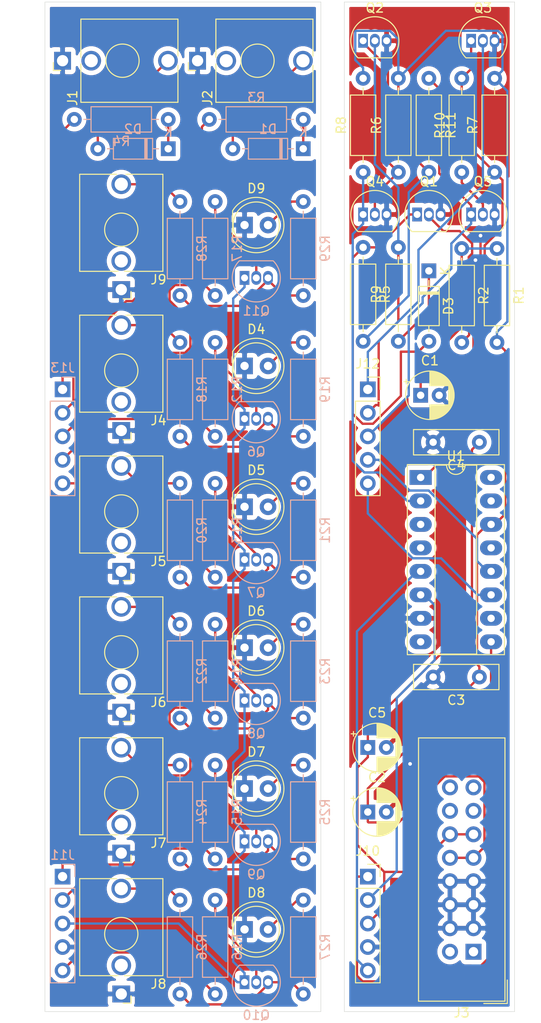
<source format=kicad_pcb>
(kicad_pcb (version 20171130) (host pcbnew "(5.1.2)-2")
  (layers (0 F.Cu signal) (31 B.Cu signal) (34 B.Paste user) (35 F.Paste user) (36 B.SilkS user) (37 F.SilkS user) (38 B.Mask user) (39 F.Mask user) (44 Edge.Cuts user))
  (net 0 "")
  (net 1 GND)
  (net 2 "Net-(C1-Pad1)")
  (net 3 +12V)
  (net 4 +5V)
  (net 5 "Net-(D1-Pad2)")
  (net 6 "Net-(D1-Pad1)")
  (net 7 "Net-(D2-Pad2)")
  (net 8 "Net-(D2-Pad1)")
  (net 9 "Net-(D3-Pad2)")
  (net 10 "Net-(D3-Pad1)")
  (net 11 "Net-(D4-Pad2)")
  (net 12 "Net-(D5-Pad2)")
  (net 13 "Net-(D6-Pad2)")
  (net 14 "Net-(D7-Pad2)")
  (net 15 "Net-(D8-Pad2)")
  (net 16 "Net-(D9-Pad2)")
  (net 17 "Net-(J3-Pad16)")
  (net 18 "Net-(J3-Pad15)")
  (net 19 "Net-(J3-Pad14)")
  (net 20 "Net-(J3-Pad13)")
  (net 21 "Net-(J3-Pad2)")
  (net 22 "Net-(J3-Pad1)")
  (net 23 "Net-(J4-PadT)")
  (net 24 "Net-(J5-PadT)")
  (net 25 "Net-(J6-PadT)")
  (net 26 "Net-(J7-PadT)")
  (net 27 "Net-(J8-PadT)")
  (net 28 "Net-(J9-PadT)")
  (net 29 "Net-(Q1-Pad2)")
  (net 30 "Net-(Q2-Pad1)")
  (net 31 "Net-(Q3-Pad1)")
  (net 32 "Net-(Q4-Pad1)")
  (net 33 "Net-(Q5-Pad2)")
  (net 34 "Net-(Q6-Pad3)")
  (net 35 "Net-(Q6-Pad2)")
  (net 36 "Net-(Q7-Pad3)")
  (net 37 "Net-(Q7-Pad2)")
  (net 38 "Net-(Q8-Pad3)")
  (net 39 "Net-(Q8-Pad2)")
  (net 40 "Net-(Q9-Pad3)")
  (net 41 "Net-(Q9-Pad2)")
  (net 42 "Net-(Q10-Pad3)")
  (net 43 "Net-(Q10-Pad2)")
  (net 44 "Net-(Q11-Pad3)")
  (net 45 "Net-(Q11-Pad2)")
  (net 46 "Net-(U1-Pad4)")
  (net 47 "Net-(U1-Pad3)")
  (net 48 /GND_PCB_B)
  (net 49 /5V_PCB_B)
  (net 50 /0_PCB_B)
  (net 51 /1_PCB_B)
  (net 52 /0_PCB_A)
  (net 53 /1_PCB_A)
  (net 54 /IN_PCB_A)
  (net 55 /IN_PCB_B)
  (net 56 /RST_PCB_A)
  (net 57 /RST_PCB_B)
  (net 58 /OUT_PCB_A)
  (net 59 /OUT_PCB_B)
  (net 60 /2_PCB_A)
  (net 61 /2_PCB_B)
  (net 62 /4_PCB_A)
  (net 63 /3_PCB_A)
  (net 64 /4_PCB_B)
  (net 65 /3_PCB_B)
  (module Connector_PinHeader_2.54mm:PinHeader_1x05_P2.54mm_Vertical (layer B.Cu) (at 27.94 108.585 180)
    (fp_text reference J13 (at 0 2.33) (layer B.SilkS) (effects (justify mirror)))
    (fp_text value Conn_01x05_Male)
    (pad 5 thru_hole oval (at 0 -10.16 180) (size 1.7 1.7) (drill 1) (layers *.Cu *.Mask) (net 51 /1_PCB_B))
    (pad 4 thru_hole oval (at 0 -7.62 180) (size 1.7 1.7) (drill 1) (layers *.Cu *.Mask) (net 50 /0_PCB_B))
    (pad 3 thru_hole oval (at 0 -5.08 180) (size 1.7 1.7) (drill 1) (layers *.Cu *.Mask) (net 59 /OUT_PCB_B))
    (pad 2 thru_hole oval (at 0 -2.54 180) (size 1.7 1.7) (drill 1) (layers *.Cu *.Mask) (net 57 /RST_PCB_B))
    (pad 1 thru_hole rect (at 0 0 180) (size 1.7 1.7) (drill 1) (layers *.Cu *.Mask) (net 55 /IN_PCB_B))
  )
  (module Connector_PinSocket_2.54mm:PinSocket_1x05_P2.54mm_Vertical (layer F.Cu) (at 60.96 108.585)
    (fp_text reference J12 (at 0 -2.77) (layer F.SilkS))
    (fp_text value Conn_01x05_Female)
    (pad 5 thru_hole oval (at 0 10.16) (size 1.7 1.7) (drill 1) (layers *.Cu *.Mask) (net 53 /1_PCB_A))
    (pad 4 thru_hole oval (at 0 7.62) (size 1.7 1.7) (drill 1) (layers *.Cu *.Mask) (net 52 /0_PCB_A))
    (pad 3 thru_hole oval (at 0 5.08) (size 1.7 1.7) (drill 1) (layers *.Cu *.Mask) (net 58 /OUT_PCB_A))
    (pad 2 thru_hole oval (at 0 2.54) (size 1.7 1.7) (drill 1) (layers *.Cu *.Mask) (net 56 /RST_PCB_A))
    (pad 1 thru_hole rect (at 0 0) (size 1.7 1.7) (drill 1) (layers *.Cu *.Mask) (net 54 /IN_PCB_A))
  )
  (module Connector_PinHeader_2.54mm:PinHeader_1x05_P2.54mm_Vertical (layer B.Cu) (at 27.94 161.29 180)
    (fp_text reference J11 (at 0 2.33) (layer B.SilkS) (effects (justify mirror)))
    (fp_text value Conn_01x05_Male)
    (pad 5 thru_hole oval (at 0 -10.16 180) (size 1.7 1.7) (drill 1) (layers *.Cu *.Mask) (net 64 /4_PCB_B))
    (pad 4 thru_hole oval (at 0 -7.62 180) (size 1.7 1.7) (drill 1) (layers *.Cu *.Mask) (net 48 /GND_PCB_B))
    (pad 3 thru_hole oval (at 0 -5.08 180) (size 1.7 1.7) (drill 1) (layers *.Cu *.Mask) (net 49 /5V_PCB_B))
    (pad 2 thru_hole oval (at 0 -2.54 180) (size 1.7 1.7) (drill 1) (layers *.Cu *.Mask) (net 65 /3_PCB_B))
    (pad 1 thru_hole rect (at 0 0 180) (size 1.7 1.7) (drill 1) (layers *.Cu *.Mask) (net 61 /2_PCB_B))
  )
  (module Connector_PinSocket_2.54mm:PinSocket_1x05_P2.54mm_Vertical (layer F.Cu) (at 60.96 161.29)
    (fp_text reference J10 (at 0 -2.77) (layer F.SilkS))
    (fp_text value Conn_01x05_Female)
    (pad 5 thru_hole oval (at 0 10.16) (size 1.7 1.7) (drill 1) (layers *.Cu *.Mask) (net 62 /4_PCB_A))
    (pad 4 thru_hole oval (at 0 7.62) (size 1.7 1.7) (drill 1) (layers *.Cu *.Mask) (net 1 GND))
    (pad 3 thru_hole oval (at 0 5.08) (size 1.7 1.7) (drill 1) (layers *.Cu *.Mask) (net 4 +5V))
    (pad 2 thru_hole oval (at 0 2.54) (size 1.7 1.7) (drill 1) (layers *.Cu *.Mask) (net 63 /3_PCB_A))
    (pad 1 thru_hole rect (at 0 0) (size 1.7 1.7) (drill 1) (layers *.Cu *.Mask) (net 60 /2_PCB_A))
  )
  (module Package_DIP:DIP-16_W7.62mm_Socket_LongPads (layer F.Cu) (at 66.675 118.11)
    (fp_text reference U1 (at 3.81 -2.33) (layer F.SilkS))
    (fp_text value 4024)
    (pad 16 thru_hole oval (at 7.62 0) (size 2.4 1.6) (drill 0.8) (layers *.Cu *.Mask))
    (pad 8 thru_hole oval (at 0 17.78) (size 2.4 1.6) (drill 0.8) (layers *.Cu *.Mask))
    (pad 15 thru_hole oval (at 7.62 2.54) (size 2.4 1.6) (drill 0.8) (layers *.Cu *.Mask))
    (pad 7 thru_hole oval (at 0 15.24) (size 2.4 1.6) (drill 0.8) (layers *.Cu *.Mask) (net 1 GND))
    (pad 14 thru_hole oval (at 7.62 5.08) (size 2.4 1.6) (drill 0.8) (layers *.Cu *.Mask) (net 3 +12V))
    (pad 6 thru_hole oval (at 0 12.7) (size 2.4 1.6) (drill 0.8) (layers *.Cu *.Mask) (net 63 /3_PCB_A))
    (pad 13 thru_hole oval (at 7.62 7.62) (size 2.4 1.6) (drill 0.8) (layers *.Cu *.Mask))
    (pad 5 thru_hole oval (at 0 10.16) (size 2.4 1.6) (drill 0.8) (layers *.Cu *.Mask) (net 62 /4_PCB_A))
    (pad 12 thru_hole oval (at 7.62 10.16) (size 2.4 1.6) (drill 0.8) (layers *.Cu *.Mask) (net 52 /0_PCB_A))
    (pad 4 thru_hole oval (at 0 7.62) (size 2.4 1.6) (drill 0.8) (layers *.Cu *.Mask) (net 46 "Net-(U1-Pad4)"))
    (pad 11 thru_hole oval (at 7.62 12.7) (size 2.4 1.6) (drill 0.8) (layers *.Cu *.Mask) (net 53 /1_PCB_A))
    (pad 3 thru_hole oval (at 0 5.08) (size 2.4 1.6) (drill 0.8) (layers *.Cu *.Mask) (net 47 "Net-(U1-Pad3)"))
    (pad 10 thru_hole oval (at 7.62 15.24) (size 2.4 1.6) (drill 0.8) (layers *.Cu *.Mask))
    (pad 2 thru_hole oval (at 0 2.54) (size 2.4 1.6) (drill 0.8) (layers *.Cu *.Mask) (net 32 "Net-(Q4-Pad1)"))
    (pad 9 thru_hole oval (at 7.62 17.78) (size 2.4 1.6) (drill 0.8) (layers *.Cu *.Mask) (net 60 /2_PCB_A))
    (pad 1 thru_hole rect (at 0 0) (size 2.4 1.6) (drill 0.8) (layers *.Cu *.Mask) (net 31 "Net-(Q3-Pad1)"))
  )
  (module Resistor_THT:R_Axial_DIN0207_L6.3mm_D2.5mm_P10.16mm_Horizontal (layer B.Cu) (at 53.975 98.425 90)
    (fp_text reference R29 (at 5.08 2.37 90) (layer B.SilkS) (effects (justify mirror)))
    (fp_text value 470)
    (pad 2 thru_hole oval (at 10.16 0 90) (size 1.6 1.6) (drill 0.8) (layers *.Cu *.Mask) (net 16 "Net-(D9-Pad2)"))
    (pad 1 thru_hole circle (at 0 0 90) (size 1.6 1.6) (drill 0.8) (layers *.Cu *.Mask) (net 44 "Net-(Q11-Pad3)"))
  )
  (module Resistor_THT:R_Axial_DIN0207_L6.3mm_D2.5mm_P10.16mm_Horizontal (layer B.Cu) (at 40.64 98.425 90)
    (fp_text reference R28 (at 5.08 2.37 90) (layer B.SilkS) (effects (justify mirror)))
    (fp_text value 1k)
    (pad 2 thru_hole oval (at 10.16 0 90) (size 1.6 1.6) (drill 0.8) (layers *.Cu *.Mask) (net 28 "Net-(J9-PadT)"))
    (pad 1 thru_hole circle (at 0 0 90) (size 1.6 1.6) (drill 0.8) (layers *.Cu *.Mask) (net 44 "Net-(Q11-Pad3)"))
  )
  (module Resistor_THT:R_Axial_DIN0207_L6.3mm_D2.5mm_P10.16mm_Horizontal (layer B.Cu) (at 53.975 173.99 90)
    (fp_text reference R27 (at 5.08 2.37 90) (layer B.SilkS) (effects (justify mirror)))
    (fp_text value 470)
    (pad 2 thru_hole oval (at 10.16 0 90) (size 1.6 1.6) (drill 0.8) (layers *.Cu *.Mask) (net 15 "Net-(D8-Pad2)"))
    (pad 1 thru_hole circle (at 0 0 90) (size 1.6 1.6) (drill 0.8) (layers *.Cu *.Mask) (net 42 "Net-(Q10-Pad3)"))
  )
  (module Resistor_THT:R_Axial_DIN0207_L6.3mm_D2.5mm_P10.16mm_Horizontal (layer B.Cu) (at 40.64 173.99 90)
    (fp_text reference R26 (at 5.08 2.37 90) (layer B.SilkS) (effects (justify mirror)))
    (fp_text value 1k)
    (pad 2 thru_hole oval (at 10.16 0 90) (size 1.6 1.6) (drill 0.8) (layers *.Cu *.Mask) (net 27 "Net-(J8-PadT)"))
    (pad 1 thru_hole circle (at 0 0 90) (size 1.6 1.6) (drill 0.8) (layers *.Cu *.Mask) (net 42 "Net-(Q10-Pad3)"))
  )
  (module Resistor_THT:R_Axial_DIN0207_L6.3mm_D2.5mm_P10.16mm_Horizontal (layer B.Cu) (at 53.975 159.385 90)
    (fp_text reference R25 (at 5.08 2.37 90) (layer B.SilkS) (effects (justify mirror)))
    (fp_text value 470)
    (pad 2 thru_hole oval (at 10.16 0 90) (size 1.6 1.6) (drill 0.8) (layers *.Cu *.Mask) (net 14 "Net-(D7-Pad2)"))
    (pad 1 thru_hole circle (at 0 0 90) (size 1.6 1.6) (drill 0.8) (layers *.Cu *.Mask) (net 40 "Net-(Q9-Pad3)"))
  )
  (module Resistor_THT:R_Axial_DIN0207_L6.3mm_D2.5mm_P10.16mm_Horizontal (layer B.Cu) (at 40.64 159.385 90)
    (fp_text reference R24 (at 5.08 2.37 90) (layer B.SilkS) (effects (justify mirror)))
    (fp_text value 1k)
    (pad 2 thru_hole oval (at 10.16 0 90) (size 1.6 1.6) (drill 0.8) (layers *.Cu *.Mask) (net 26 "Net-(J7-PadT)"))
    (pad 1 thru_hole circle (at 0 0 90) (size 1.6 1.6) (drill 0.8) (layers *.Cu *.Mask) (net 40 "Net-(Q9-Pad3)"))
  )
  (module Resistor_THT:R_Axial_DIN0207_L6.3mm_D2.5mm_P10.16mm_Horizontal (layer B.Cu) (at 53.975 144.145 90)
    (fp_text reference R23 (at 5.08 2.37 90) (layer B.SilkS) (effects (justify mirror)))
    (fp_text value 470)
    (pad 2 thru_hole oval (at 10.16 0 90) (size 1.6 1.6) (drill 0.8) (layers *.Cu *.Mask) (net 13 "Net-(D6-Pad2)"))
    (pad 1 thru_hole circle (at 0 0 90) (size 1.6 1.6) (drill 0.8) (layers *.Cu *.Mask) (net 38 "Net-(Q8-Pad3)"))
  )
  (module Resistor_THT:R_Axial_DIN0207_L6.3mm_D2.5mm_P10.16mm_Horizontal (layer B.Cu) (at 40.64 144.145 90)
    (fp_text reference R22 (at 5.08 2.37 90) (layer B.SilkS) (effects (justify mirror)))
    (fp_text value 1k)
    (pad 2 thru_hole oval (at 10.16 0 90) (size 1.6 1.6) (drill 0.8) (layers *.Cu *.Mask) (net 25 "Net-(J6-PadT)"))
    (pad 1 thru_hole circle (at 0 0 90) (size 1.6 1.6) (drill 0.8) (layers *.Cu *.Mask) (net 38 "Net-(Q8-Pad3)"))
  )
  (module Resistor_THT:R_Axial_DIN0207_L6.3mm_D2.5mm_P10.16mm_Horizontal (layer B.Cu) (at 53.975 128.905 90)
    (fp_text reference R21 (at 5.08 2.37 90) (layer B.SilkS) (effects (justify mirror)))
    (fp_text value 470)
    (pad 2 thru_hole oval (at 10.16 0 90) (size 1.6 1.6) (drill 0.8) (layers *.Cu *.Mask) (net 12 "Net-(D5-Pad2)"))
    (pad 1 thru_hole circle (at 0 0 90) (size 1.6 1.6) (drill 0.8) (layers *.Cu *.Mask) (net 36 "Net-(Q7-Pad3)"))
  )
  (module Resistor_THT:R_Axial_DIN0207_L6.3mm_D2.5mm_P10.16mm_Horizontal (layer B.Cu) (at 40.64 128.905 90)
    (fp_text reference R20 (at 5.08 2.37 90) (layer B.SilkS) (effects (justify mirror)))
    (fp_text value 1k)
    (pad 2 thru_hole oval (at 10.16 0 90) (size 1.6 1.6) (drill 0.8) (layers *.Cu *.Mask) (net 24 "Net-(J5-PadT)"))
    (pad 1 thru_hole circle (at 0 0 90) (size 1.6 1.6) (drill 0.8) (layers *.Cu *.Mask) (net 36 "Net-(Q7-Pad3)"))
  )
  (module Resistor_THT:R_Axial_DIN0207_L6.3mm_D2.5mm_P10.16mm_Horizontal (layer B.Cu) (at 53.975 113.665 90)
    (fp_text reference R19 (at 5.08 2.37 90) (layer B.SilkS) (effects (justify mirror)))
    (fp_text value 470)
    (pad 2 thru_hole oval (at 10.16 0 90) (size 1.6 1.6) (drill 0.8) (layers *.Cu *.Mask) (net 11 "Net-(D4-Pad2)"))
    (pad 1 thru_hole circle (at 0 0 90) (size 1.6 1.6) (drill 0.8) (layers *.Cu *.Mask) (net 34 "Net-(Q6-Pad3)"))
  )
  (module Resistor_THT:R_Axial_DIN0207_L6.3mm_D2.5mm_P10.16mm_Horizontal (layer B.Cu) (at 40.64 113.665 90)
    (fp_text reference R18 (at 5.08 2.37 90) (layer B.SilkS) (effects (justify mirror)))
    (fp_text value 1k)
    (pad 2 thru_hole oval (at 10.16 0 90) (size 1.6 1.6) (drill 0.8) (layers *.Cu *.Mask) (net 23 "Net-(J4-PadT)"))
    (pad 1 thru_hole circle (at 0 0 90) (size 1.6 1.6) (drill 0.8) (layers *.Cu *.Mask) (net 34 "Net-(Q6-Pad3)"))
  )
  (module Resistor_THT:R_Axial_DIN0207_L6.3mm_D2.5mm_P10.16mm_Horizontal (layer B.Cu) (at 44.45 98.425 90)
    (fp_text reference R17 (at 5.08 2.37 90) (layer B.SilkS) (effects (justify mirror)))
    (fp_text value 100k)
    (pad 2 thru_hole oval (at 10.16 0 90) (size 1.6 1.6) (drill 0.8) (layers *.Cu *.Mask) (net 45 "Net-(Q11-Pad2)"))
    (pad 1 thru_hole circle (at 0 0 90) (size 1.6 1.6) (drill 0.8) (layers *.Cu *.Mask) (net 59 /OUT_PCB_B))
  )
  (module Resistor_THT:R_Axial_DIN0207_L6.3mm_D2.5mm_P10.16mm_Horizontal (layer B.Cu) (at 44.45 173.99 90)
    (fp_text reference R16 (at 5.08 2.37 90) (layer B.SilkS) (effects (justify mirror)))
    (fp_text value 100k)
    (pad 2 thru_hole oval (at 10.16 0 90) (size 1.6 1.6) (drill 0.8) (layers *.Cu *.Mask) (net 43 "Net-(Q10-Pad2)"))
    (pad 1 thru_hole circle (at 0 0 90) (size 1.6 1.6) (drill 0.8) (layers *.Cu *.Mask) (net 64 /4_PCB_B))
  )
  (module Resistor_THT:R_Axial_DIN0207_L6.3mm_D2.5mm_P10.16mm_Horizontal (layer B.Cu) (at 44.45 159.385 90)
    (fp_text reference R15 (at 5.08 2.37 90) (layer B.SilkS) (effects (justify mirror)))
    (fp_text value 100k)
    (pad 2 thru_hole oval (at 10.16 0 90) (size 1.6 1.6) (drill 0.8) (layers *.Cu *.Mask) (net 41 "Net-(Q9-Pad2)"))
    (pad 1 thru_hole circle (at 0 0 90) (size 1.6 1.6) (drill 0.8) (layers *.Cu *.Mask) (net 65 /3_PCB_B))
  )
  (module Resistor_THT:R_Axial_DIN0207_L6.3mm_D2.5mm_P10.16mm_Horizontal (layer B.Cu) (at 44.45 144.145 90)
    (fp_text reference R14 (at 5.08 2.37 90) (layer B.SilkS) (effects (justify mirror)))
    (fp_text value 100k)
    (pad 2 thru_hole oval (at 10.16 0 90) (size 1.6 1.6) (drill 0.8) (layers *.Cu *.Mask) (net 39 "Net-(Q8-Pad2)"))
    (pad 1 thru_hole circle (at 0 0 90) (size 1.6 1.6) (drill 0.8) (layers *.Cu *.Mask) (net 61 /2_PCB_B))
  )
  (module Resistor_THT:R_Axial_DIN0207_L6.3mm_D2.5mm_P10.16mm_Horizontal (layer B.Cu) (at 44.45 128.905 90)
    (fp_text reference R13 (at 5.08 2.37 90) (layer B.SilkS) (effects (justify mirror)))
    (fp_text value 100k)
    (pad 2 thru_hole oval (at 10.16 0 90) (size 1.6 1.6) (drill 0.8) (layers *.Cu *.Mask) (net 37 "Net-(Q7-Pad2)"))
    (pad 1 thru_hole circle (at 0 0 90) (size 1.6 1.6) (drill 0.8) (layers *.Cu *.Mask) (net 51 /1_PCB_B))
  )
  (module Resistor_THT:R_Axial_DIN0207_L6.3mm_D2.5mm_P10.16mm_Horizontal (layer B.Cu) (at 44.45 113.665 90)
    (fp_text reference R12 (at 5.08 2.37 90) (layer B.SilkS) (effects (justify mirror)))
    (fp_text value 100k)
    (pad 2 thru_hole oval (at 10.16 0 90) (size 1.6 1.6) (drill 0.8) (layers *.Cu *.Mask) (net 35 "Net-(Q6-Pad2)"))
    (pad 1 thru_hole circle (at 0 0 90) (size 1.6 1.6) (drill 0.8) (layers *.Cu *.Mask) (net 50 /0_PCB_B))
  )
  (module Resistor_THT:R_Axial_DIN0207_L6.3mm_D2.5mm_P10.16mm_Horizontal (layer F.Cu) (at 67.564 74.93 270)
    (fp_text reference R11 (at 5.08 -2.37 270) (layer F.SilkS))
    (fp_text value 10k)
    (pad 2 thru_hole oval (at 10.16 0 270) (size 1.6 1.6) (drill 0.8) (layers *.Cu *.Mask) (net 3 +12V))
    (pad 1 thru_hole circle (at 0 0 270) (size 1.6 1.6) (drill 0.8) (layers *.Cu *.Mask) (net 58 /OUT_PCB_A))
  )
  (module Resistor_THT:R_Axial_DIN0207_L6.3mm_D2.5mm_P10.16mm_Horizontal (layer F.Cu) (at 71.12 85.09 90)
    (fp_text reference R10 (at 5.08 -2.37 270) (layer F.SilkS))
    (fp_text value 100k)
    (pad 2 thru_hole oval (at 10.16 0 90) (size 1.6 1.6) (drill 0.8) (layers *.Cu *.Mask) (net 31 "Net-(Q3-Pad1)"))
    (pad 1 thru_hole circle (at 0 0 90) (size 1.6 1.6) (drill 0.8) (layers *.Cu *.Mask) (net 33 "Net-(Q5-Pad2)"))
  )
  (module Resistor_THT:R_Axial_DIN0207_L6.3mm_D2.5mm_P10.16mm_Horizontal (layer F.Cu) (at 64.262 103.378 90)
    (fp_text reference R9 (at 5.08 -2.37 -90) (layer F.SilkS))
    (fp_text value 47k)
    (pad 2 thru_hole oval (at 10.16 0 90) (size 1.6 1.6) (drill 0.8) (layers *.Cu *.Mask) (net 56 /RST_PCB_A))
    (pad 1 thru_hole circle (at 0 0 90) (size 1.6 1.6) (drill 0.8) (layers *.Cu *.Mask) (net 10 "Net-(D3-Pad1)"))
  )
  (module Resistor_THT:R_Axial_DIN0207_L6.3mm_D2.5mm_P10.16mm_Horizontal (layer F.Cu) (at 60.452 85.09 90)
    (fp_text reference R8 (at 5.08 -2.37 -90) (layer F.SilkS))
    (fp_text value 10k)
    (pad 2 thru_hole oval (at 10.16 0 90) (size 1.6 1.6) (drill 0.8) (layers *.Cu *.Mask) (net 3 +12V))
    (pad 1 thru_hole circle (at 0 0 90) (size 1.6 1.6) (drill 0.8) (layers *.Cu *.Mask) (net 32 "Net-(Q4-Pad1)"))
  )
  (module Resistor_THT:R_Axial_DIN0207_L6.3mm_D2.5mm_P10.16mm_Horizontal (layer F.Cu) (at 74.676 85.09 90)
    (fp_text reference R7 (at 5.08 -2.37 -90) (layer F.SilkS))
    (fp_text value 10k)
    (pad 2 thru_hole oval (at 10.16 0 90) (size 1.6 1.6) (drill 0.8) (layers *.Cu *.Mask) (net 3 +12V))
    (pad 1 thru_hole circle (at 0 0 90) (size 1.6 1.6) (drill 0.8) (layers *.Cu *.Mask) (net 31 "Net-(Q3-Pad1)"))
  )
  (module Resistor_THT:R_Axial_DIN0207_L6.3mm_D2.5mm_P10.16mm_Horizontal (layer F.Cu) (at 64.262 85.09 90)
    (fp_text reference R6 (at 5.08 -2.37 -90) (layer F.SilkS))
    (fp_text value 10k)
    (pad 2 thru_hole oval (at 10.16 0 90) (size 1.6 1.6) (drill 0.8) (layers *.Cu *.Mask) (net 3 +12V))
    (pad 1 thru_hole circle (at 0 0 90) (size 1.6 1.6) (drill 0.8) (layers *.Cu *.Mask) (net 30 "Net-(Q2-Pad1)"))
  )
  (module Resistor_THT:R_Axial_DIN0207_L6.3mm_D2.5mm_P10.16mm_Horizontal (layer F.Cu) (at 60.452 93.218 270)
    (fp_text reference R5 (at 5.08 -2.37 270) (layer F.SilkS))
    (fp_text value 10k)
    (pad 2 thru_hole oval (at 10.16 0 270) (size 1.6 1.6) (drill 0.8) (layers *.Cu *.Mask) (net 3 +12V))
    (pad 1 thru_hole circle (at 0 0 270) (size 1.6 1.6) (drill 0.8) (layers *.Cu *.Mask) (net 9 "Net-(D3-Pad2)"))
  )
  (module Resistor_THT:R_Axial_DIN0207_L6.3mm_D2.5mm_P10.16mm_Horizontal (layer B.Cu) (at 29.21 79.375)
    (fp_text reference R4 (at 5.08 2.37) (layer B.SilkS) (effects (justify mirror)))
    (fp_text value 47k)
    (pad 2 thru_hole oval (at 10.16 0) (size 1.6 1.6) (drill 0.8) (layers *.Cu *.Mask) (net 8 "Net-(D2-Pad1)"))
    (pad 1 thru_hole circle (at 0 0) (size 1.6 1.6) (drill 0.8) (layers *.Cu *.Mask) (net 55 /IN_PCB_B))
  )
  (module Resistor_THT:R_Axial_DIN0207_L6.3mm_D2.5mm_P10.16mm_Horizontal (layer B.Cu) (at 53.975 79.375 180)
    (fp_text reference R3 (at 5.08 2.37) (layer B.SilkS) (effects (justify mirror)))
    (fp_text value 47k)
    (pad 2 thru_hole oval (at 10.16 0 180) (size 1.6 1.6) (drill 0.8) (layers *.Cu *.Mask) (net 57 /RST_PCB_B))
    (pad 1 thru_hole circle (at 0 0 180) (size 1.6 1.6) (drill 0.8) (layers *.Cu *.Mask) (net 6 "Net-(D1-Pad1)"))
  )
  (module Resistor_THT:R_Axial_DIN0207_L6.3mm_D2.5mm_P10.16mm_Horizontal (layer F.Cu) (at 71.12 93.345 270)
    (fp_text reference R2 (at 5.08 -2.37 270) (layer F.SilkS))
    (fp_text value 10k)
    (pad 2 thru_hole oval (at 10.16 0 270) (size 1.6 1.6) (drill 0.8) (layers *.Cu *.Mask) (net 29 "Net-(Q1-Pad2)"))
    (pad 1 thru_hole circle (at 0 0 270) (size 1.6 1.6) (drill 0.8) (layers *.Cu *.Mask) (net 2 "Net-(C1-Pad1)"))
  )
  (module Resistor_THT:R_Axial_DIN0207_L6.3mm_D2.5mm_P10.16mm_Horizontal (layer F.Cu) (at 74.93 93.345 270)
    (fp_text reference R1 (at 5.08 -2.37 270) (layer F.SilkS))
    (fp_text value 100k)
    (pad 2 thru_hole oval (at 10.16 0 270) (size 1.6 1.6) (drill 0.8) (layers *.Cu *.Mask) (net 3 +12V))
    (pad 1 thru_hole circle (at 0 0 270) (size 1.6 1.6) (drill 0.8) (layers *.Cu *.Mask) (net 2 "Net-(C1-Pad1)"))
  )
  (module Package_TO_SOT_THT:TO-92_Inline (layer B.Cu) (at 47.625 96.52)
    (fp_text reference Q11 (at 1.27 3.56) (layer B.SilkS) (effects (justify mirror)))
    (fp_text value BC550)
    (pad 1 thru_hole rect (at 0 0) (size 1.05 1.5) (drill 0.75) (layers *.Cu *.Mask) (net 49 /5V_PCB_B))
    (pad 3 thru_hole oval (at 2.54 0) (size 1.05 1.5) (drill 0.75) (layers *.Cu *.Mask) (net 44 "Net-(Q11-Pad3)"))
    (pad 2 thru_hole oval (at 1.27 0) (size 1.05 1.5) (drill 0.75) (layers *.Cu *.Mask) (net 45 "Net-(Q11-Pad2)"))
  )
  (module Package_TO_SOT_THT:TO-92_Inline (layer B.Cu) (at 47.625 172.72)
    (fp_text reference Q10 (at 1.27 3.56) (layer B.SilkS) (effects (justify mirror)))
    (fp_text value BC550)
    (pad 1 thru_hole rect (at 0 0) (size 1.05 1.5) (drill 0.75) (layers *.Cu *.Mask) (net 49 /5V_PCB_B))
    (pad 3 thru_hole oval (at 2.54 0) (size 1.05 1.5) (drill 0.75) (layers *.Cu *.Mask) (net 42 "Net-(Q10-Pad3)"))
    (pad 2 thru_hole oval (at 1.27 0) (size 1.05 1.5) (drill 0.75) (layers *.Cu *.Mask) (net 43 "Net-(Q10-Pad2)"))
  )
  (module Package_TO_SOT_THT:TO-92_Inline (layer B.Cu) (at 47.625 157.48)
    (fp_text reference Q9 (at 1.27 3.56) (layer B.SilkS) (effects (justify mirror)))
    (fp_text value BC550)
    (pad 1 thru_hole rect (at 0 0) (size 1.05 1.5) (drill 0.75) (layers *.Cu *.Mask) (net 49 /5V_PCB_B))
    (pad 3 thru_hole oval (at 2.54 0) (size 1.05 1.5) (drill 0.75) (layers *.Cu *.Mask) (net 40 "Net-(Q9-Pad3)"))
    (pad 2 thru_hole oval (at 1.27 0) (size 1.05 1.5) (drill 0.75) (layers *.Cu *.Mask) (net 41 "Net-(Q9-Pad2)"))
  )
  (module Package_TO_SOT_THT:TO-92_Inline (layer B.Cu) (at 47.625 142.24)
    (fp_text reference Q8 (at 1.27 3.56) (layer B.SilkS) (effects (justify mirror)))
    (fp_text value BC550)
    (pad 1 thru_hole rect (at 0 0) (size 1.05 1.5) (drill 0.75) (layers *.Cu *.Mask) (net 49 /5V_PCB_B))
    (pad 3 thru_hole oval (at 2.54 0) (size 1.05 1.5) (drill 0.75) (layers *.Cu *.Mask) (net 38 "Net-(Q8-Pad3)"))
    (pad 2 thru_hole oval (at 1.27 0) (size 1.05 1.5) (drill 0.75) (layers *.Cu *.Mask) (net 39 "Net-(Q8-Pad2)"))
  )
  (module Package_TO_SOT_THT:TO-92_Inline (layer B.Cu) (at 47.625 127)
    (fp_text reference Q7 (at 1.27 3.56) (layer B.SilkS) (effects (justify mirror)))
    (fp_text value BC550)
    (pad 1 thru_hole rect (at 0 0) (size 1.05 1.5) (drill 0.75) (layers *.Cu *.Mask) (net 49 /5V_PCB_B))
    (pad 3 thru_hole oval (at 2.54 0) (size 1.05 1.5) (drill 0.75) (layers *.Cu *.Mask) (net 36 "Net-(Q7-Pad3)"))
    (pad 2 thru_hole oval (at 1.27 0) (size 1.05 1.5) (drill 0.75) (layers *.Cu *.Mask) (net 37 "Net-(Q7-Pad2)"))
  )
  (module Package_TO_SOT_THT:TO-92_Inline (layer B.Cu) (at 47.625 111.76)
    (fp_text reference Q6 (at 1.27 3.56) (layer B.SilkS) (effects (justify mirror)))
    (fp_text value BC550)
    (pad 1 thru_hole rect (at 0 0) (size 1.05 1.5) (drill 0.75) (layers *.Cu *.Mask) (net 49 /5V_PCB_B))
    (pad 3 thru_hole oval (at 2.54 0) (size 1.05 1.5) (drill 0.75) (layers *.Cu *.Mask) (net 34 "Net-(Q6-Pad3)"))
    (pad 2 thru_hole oval (at 1.27 0) (size 1.05 1.5) (drill 0.75) (layers *.Cu *.Mask) (net 35 "Net-(Q6-Pad2)"))
  )
  (module Package_TO_SOT_THT:TO-92_Inline (layer F.Cu) (at 72.136 89.662)
    (fp_text reference Q5 (at 1.27 -3.56) (layer F.SilkS))
    (fp_text value BC550)
    (pad 1 thru_hole rect (at 0 0) (size 1.05 1.5) (drill 0.75) (layers *.Cu *.Mask) (net 58 /OUT_PCB_A))
    (pad 3 thru_hole oval (at 2.54 0) (size 1.05 1.5) (drill 0.75) (layers *.Cu *.Mask) (net 1 GND))
    (pad 2 thru_hole oval (at 1.27 0) (size 1.05 1.5) (drill 0.75) (layers *.Cu *.Mask) (net 33 "Net-(Q5-Pad2)"))
  )
  (module Package_TO_SOT_THT:TO-92_Inline (layer F.Cu) (at 60.452 89.662)
    (fp_text reference Q4 (at 1.27 -3.56) (layer F.SilkS))
    (fp_text value BC550)
    (pad 1 thru_hole rect (at 0 0) (size 1.05 1.5) (drill 0.75) (layers *.Cu *.Mask) (net 32 "Net-(Q4-Pad1)"))
    (pad 3 thru_hole oval (at 2.54 0) (size 1.05 1.5) (drill 0.75) (layers *.Cu *.Mask) (net 1 GND))
    (pad 2 thru_hole oval (at 1.27 0) (size 1.05 1.5) (drill 0.75) (layers *.Cu *.Mask) (net 30 "Net-(Q2-Pad1)"))
  )
  (module Package_TO_SOT_THT:TO-92_Inline (layer F.Cu) (at 72.136 70.866)
    (fp_text reference Q3 (at 1.27 -3.56) (layer F.SilkS))
    (fp_text value BC550)
    (pad 1 thru_hole rect (at 0 0) (size 1.05 1.5) (drill 0.75) (layers *.Cu *.Mask) (net 31 "Net-(Q3-Pad1)"))
    (pad 3 thru_hole oval (at 2.54 0) (size 1.05 1.5) (drill 0.75) (layers *.Cu *.Mask) (net 1 GND))
    (pad 2 thru_hole oval (at 1.27 0) (size 1.05 1.5) (drill 0.75) (layers *.Cu *.Mask) (net 54 /IN_PCB_A))
  )
  (module Package_TO_SOT_THT:TO-92_Inline (layer F.Cu) (at 60.452 70.866)
    (fp_text reference Q2 (at 1.27 -3.56) (layer F.SilkS))
    (fp_text value BC550)
    (pad 1 thru_hole rect (at 0 0) (size 1.05 1.5) (drill 0.75) (layers *.Cu *.Mask) (net 30 "Net-(Q2-Pad1)"))
    (pad 3 thru_hole oval (at 2.54 0) (size 1.05 1.5) (drill 0.75) (layers *.Cu *.Mask) (net 1 GND))
    (pad 2 thru_hole oval (at 1.27 0) (size 1.05 1.5) (drill 0.75) (layers *.Cu *.Mask) (net 56 /RST_PCB_A))
  )
  (module Package_TO_SOT_THT:TO-92_Inline (layer F.Cu) (at 66.294 89.662)
    (fp_text reference Q1 (at 1.27 -3.56) (layer F.SilkS))
    (fp_text value BC550)
    (pad 1 thru_hole rect (at 0 0) (size 1.05 1.5) (drill 0.75) (layers *.Cu *.Mask) (net 9 "Net-(D3-Pad2)"))
    (pad 3 thru_hole oval (at 2.54 0) (size 1.05 1.5) (drill 0.75) (layers *.Cu *.Mask) (net 1 GND))
    (pad 2 thru_hole oval (at 1.27 0) (size 1.05 1.5) (drill 0.75) (layers *.Cu *.Mask) (net 29 "Net-(Q1-Pad2)"))
  )
  (module Connector_Audio:Jack_3.5mm_QingPu_WQP-PJ398SM_Vertical_CircularHoles (layer F.Cu) (at 34.29 97.79 180)
    (fp_text reference J9 (at -4.03 1.08 180) (layer F.SilkS))
    (fp_text value 1/1)
    (pad T thru_hole circle (at 0 11.4) (size 2.13 2.13) (drill 1.43) (layers *.Cu *.Mask) (net 28 "Net-(J9-PadT)"))
    (pad S thru_hole rect (at 0 0) (size 1.93 1.83) (drill 1.22) (layers *.Cu *.Mask) (net 48 /GND_PCB_B))
    (pad TN thru_hole circle (at 0 3.1) (size 2.13 2.13) (drill 1.42) (layers *.Cu *.Mask))
  )
  (module Connector_Audio:Jack_3.5mm_QingPu_WQP-PJ398SM_Vertical_CircularHoles (layer F.Cu) (at 34.29 173.99 180)
    (fp_text reference J8 (at -4.03 1.08 180) (layer F.SilkS))
    (fp_text value 1/32)
    (pad T thru_hole circle (at 0 11.4) (size 2.13 2.13) (drill 1.43) (layers *.Cu *.Mask) (net 27 "Net-(J8-PadT)"))
    (pad S thru_hole rect (at 0 0) (size 1.93 1.83) (drill 1.22) (layers *.Cu *.Mask) (net 48 /GND_PCB_B))
    (pad TN thru_hole circle (at 0 3.1) (size 2.13 2.13) (drill 1.42) (layers *.Cu *.Mask))
  )
  (module Connector_Audio:Jack_3.5mm_QingPu_WQP-PJ398SM_Vertical_CircularHoles (layer F.Cu) (at 34.29 158.75 180)
    (fp_text reference J7 (at -4.03 1.08 180) (layer F.SilkS))
    (fp_text value 1/16)
    (pad T thru_hole circle (at 0 11.4) (size 2.13 2.13) (drill 1.43) (layers *.Cu *.Mask) (net 26 "Net-(J7-PadT)"))
    (pad S thru_hole rect (at 0 0) (size 1.93 1.83) (drill 1.22) (layers *.Cu *.Mask) (net 48 /GND_PCB_B))
    (pad TN thru_hole circle (at 0 3.1) (size 2.13 2.13) (drill 1.42) (layers *.Cu *.Mask))
  )
  (module Connector_Audio:Jack_3.5mm_QingPu_WQP-PJ398SM_Vertical_CircularHoles (layer F.Cu) (at 34.29 143.51 180)
    (fp_text reference J6 (at -4.03 1.08 180) (layer F.SilkS))
    (fp_text value 1/8)
    (pad T thru_hole circle (at 0 11.4) (size 2.13 2.13) (drill 1.43) (layers *.Cu *.Mask) (net 25 "Net-(J6-PadT)"))
    (pad S thru_hole rect (at 0 0) (size 1.93 1.83) (drill 1.22) (layers *.Cu *.Mask) (net 48 /GND_PCB_B))
    (pad TN thru_hole circle (at 0 3.1) (size 2.13 2.13) (drill 1.42) (layers *.Cu *.Mask))
  )
  (module Connector_Audio:Jack_3.5mm_QingPu_WQP-PJ398SM_Vertical_CircularHoles (layer F.Cu) (at 34.29 128.27 180)
    (fp_text reference J5 (at -4.03 1.08 180) (layer F.SilkS))
    (fp_text value 1/4)
    (pad T thru_hole circle (at 0 11.4) (size 2.13 2.13) (drill 1.43) (layers *.Cu *.Mask) (net 24 "Net-(J5-PadT)"))
    (pad S thru_hole rect (at 0 0) (size 1.93 1.83) (drill 1.22) (layers *.Cu *.Mask) (net 48 /GND_PCB_B))
    (pad TN thru_hole circle (at 0 3.1) (size 2.13 2.13) (drill 1.42) (layers *.Cu *.Mask))
  )
  (module Connector_Audio:Jack_3.5mm_QingPu_WQP-PJ398SM_Vertical_CircularHoles (layer F.Cu) (at 34.29 113.03 180)
    (fp_text reference J4 (at -4.03 1.08 180) (layer F.SilkS))
    (fp_text value 1/2)
    (pad TN thru_hole circle (at 0 3.1) (size 2.13 2.13) (drill 1.42) (layers *.Cu *.Mask))
    (pad S thru_hole rect (at 0 0) (size 1.93 1.83) (drill 1.22) (layers *.Cu *.Mask) (net 48 /GND_PCB_B))
    (pad T thru_hole circle (at 0 11.4) (size 2.13 2.13) (drill 1.43) (layers *.Cu *.Mask) (net 23 "Net-(J4-PadT)"))
  )
  (module Connector_IDC:IDC-Header_2x08_P2.54mm_Vertical (layer F.Cu) (at 72.39 169.418 180)
    (fp_text reference J3 (at 1.27 -6.604) (layer F.SilkS))
    (fp_text value Conn_02x08_Odd_Even)
    (pad 16 thru_hole oval (at 2.54 17.78 180) (size 1.7272 1.7272) (drill 1.016) (layers *.Cu *.Mask) (net 17 "Net-(J3-Pad16)"))
    (pad 15 thru_hole oval (at 0 17.78 180) (size 1.7272 1.7272) (drill 1.016) (layers *.Cu *.Mask) (net 18 "Net-(J3-Pad15)"))
    (pad 14 thru_hole oval (at 2.54 15.24 180) (size 1.7272 1.7272) (drill 1.016) (layers *.Cu *.Mask) (net 19 "Net-(J3-Pad14)"))
    (pad 13 thru_hole oval (at 0 15.24 180) (size 1.7272 1.7272) (drill 1.016) (layers *.Cu *.Mask) (net 20 "Net-(J3-Pad13)"))
    (pad 12 thru_hole oval (at 2.54 12.7 180) (size 1.7272 1.7272) (drill 1.016) (layers *.Cu *.Mask) (net 4 +5V))
    (pad 11 thru_hole oval (at 0 12.7 180) (size 1.7272 1.7272) (drill 1.016) (layers *.Cu *.Mask) (net 4 +5V))
    (pad 10 thru_hole oval (at 2.54 10.16 180) (size 1.7272 1.7272) (drill 1.016) (layers *.Cu *.Mask) (net 3 +12V))
    (pad 9 thru_hole oval (at 0 10.16 180) (size 1.7272 1.7272) (drill 1.016) (layers *.Cu *.Mask) (net 3 +12V))
    (pad 8 thru_hole oval (at 2.54 7.62 180) (size 1.7272 1.7272) (drill 1.016) (layers *.Cu *.Mask) (net 1 GND))
    (pad 7 thru_hole oval (at 0 7.62 180) (size 1.7272 1.7272) (drill 1.016) (layers *.Cu *.Mask) (net 1 GND))
    (pad 6 thru_hole oval (at 2.54 5.08 180) (size 1.7272 1.7272) (drill 1.016) (layers *.Cu *.Mask) (net 1 GND))
    (pad 5 thru_hole oval (at 0 5.08 180) (size 1.7272 1.7272) (drill 1.016) (layers *.Cu *.Mask) (net 1 GND))
    (pad 4 thru_hole oval (at 2.54 2.54 180) (size 1.7272 1.7272) (drill 1.016) (layers *.Cu *.Mask) (net 1 GND))
    (pad 3 thru_hole oval (at 0 2.54 180) (size 1.7272 1.7272) (drill 1.016) (layers *.Cu *.Mask) (net 1 GND))
    (pad 2 thru_hole oval (at 2.54 0 180) (size 1.7272 1.7272) (drill 1.016) (layers *.Cu *.Mask) (net 21 "Net-(J3-Pad2)"))
    (pad 1 thru_hole rect (at 0 0 180) (size 1.7272 1.7272) (drill 1.016) (layers *.Cu *.Mask) (net 22 "Net-(J3-Pad1)"))
  )
  (module Connector_Audio:Jack_3.5mm_QingPu_WQP-PJ398SM_Vertical_CircularHoles (layer F.Cu) (at 42.545 73.025 90)
    (fp_text reference J2 (at -4.03 1.08 270) (layer F.SilkS))
    (fp_text value Rst)
    (pad T thru_hole circle (at 0 11.4 270) (size 2.13 2.13) (drill 1.43) (layers *.Cu *.Mask) (net 5 "Net-(D1-Pad2)"))
    (pad S thru_hole rect (at 0 0 270) (size 1.93 1.83) (drill 1.22) (layers *.Cu *.Mask) (net 48 /GND_PCB_B))
    (pad TN thru_hole circle (at 0 3.1 270) (size 2.13 2.13) (drill 1.42) (layers *.Cu *.Mask))
  )
  (module Connector_Audio:Jack_3.5mm_QingPu_WQP-PJ398SM_Vertical_CircularHoles (layer F.Cu) (at 27.94 73.025 90)
    (fp_text reference J1 (at -4.03 1.08 270) (layer F.SilkS))
    (fp_text value In)
    (pad T thru_hole circle (at 0 11.4 270) (size 2.13 2.13) (drill 1.43) (layers *.Cu *.Mask) (net 7 "Net-(D2-Pad2)"))
    (pad S thru_hole rect (at 0 0 270) (size 1.93 1.83) (drill 1.22) (layers *.Cu *.Mask) (net 48 /GND_PCB_B))
    (pad TN thru_hole circle (at 0 3.1 270) (size 2.13 2.13) (drill 1.42) (layers *.Cu *.Mask))
  )
  (module LED_THT:LED_D5.0mm (layer F.Cu) (at 47.625 90.805)
    (fp_text reference D9 (at 1.27 -3.96) (layer F.SilkS))
    (fp_text value LED)
    (pad 2 thru_hole circle (at 2.54 0) (size 1.8 1.8) (drill 0.9) (layers *.Cu *.Mask) (net 16 "Net-(D9-Pad2)"))
    (pad 1 thru_hole rect (at 0 0) (size 1.8 1.8) (drill 0.9) (layers *.Cu *.Mask) (net 48 /GND_PCB_B))
  )
  (module LED_THT:LED_D5.0mm (layer F.Cu) (at 47.625 167.005)
    (fp_text reference D8 (at 1.27 -3.96) (layer F.SilkS))
    (fp_text value LED)
    (pad 2 thru_hole circle (at 2.54 0) (size 1.8 1.8) (drill 0.9) (layers *.Cu *.Mask) (net 15 "Net-(D8-Pad2)"))
    (pad 1 thru_hole rect (at 0 0) (size 1.8 1.8) (drill 0.9) (layers *.Cu *.Mask) (net 48 /GND_PCB_B))
  )
  (module LED_THT:LED_D5.0mm (layer F.Cu) (at 47.625 151.765)
    (fp_text reference D7 (at 1.27 -3.96) (layer F.SilkS))
    (fp_text value LED)
    (pad 2 thru_hole circle (at 2.54 0) (size 1.8 1.8) (drill 0.9) (layers *.Cu *.Mask) (net 14 "Net-(D7-Pad2)"))
    (pad 1 thru_hole rect (at 0 0) (size 1.8 1.8) (drill 0.9) (layers *.Cu *.Mask) (net 48 /GND_PCB_B))
  )
  (module LED_THT:LED_D5.0mm (layer F.Cu) (at 47.625 136.525)
    (fp_text reference D6 (at 1.27 -3.96) (layer F.SilkS))
    (fp_text value LED)
    (pad 2 thru_hole circle (at 2.54 0) (size 1.8 1.8) (drill 0.9) (layers *.Cu *.Mask) (net 13 "Net-(D6-Pad2)"))
    (pad 1 thru_hole rect (at 0 0) (size 1.8 1.8) (drill 0.9) (layers *.Cu *.Mask) (net 48 /GND_PCB_B))
  )
  (module LED_THT:LED_D5.0mm (layer F.Cu) (at 47.625 121.285)
    (fp_text reference D5 (at 1.27 -3.96) (layer F.SilkS))
    (fp_text value LED)
    (pad 2 thru_hole circle (at 2.54 0) (size 1.8 1.8) (drill 0.9) (layers *.Cu *.Mask) (net 12 "Net-(D5-Pad2)"))
    (pad 1 thru_hole rect (at 0 0) (size 1.8 1.8) (drill 0.9) (layers *.Cu *.Mask) (net 48 /GND_PCB_B))
  )
  (module LED_THT:LED_D5.0mm (layer F.Cu) (at 47.625 106.045)
    (fp_text reference D4 (at 1.27 -3.96) (layer F.SilkS))
    (fp_text value LED)
    (pad 2 thru_hole circle (at 2.54 0) (size 1.8 1.8) (drill 0.9) (layers *.Cu *.Mask) (net 11 "Net-(D4-Pad2)"))
    (pad 1 thru_hole rect (at 0 0) (size 1.8 1.8) (drill 0.9) (layers *.Cu *.Mask) (net 48 /GND_PCB_B))
  )
  (module Diode_THT:D_DO-35_SOD27_P7.62mm_Horizontal (layer F.Cu) (at 67.564 95.758 270)
    (fp_text reference D3 (at 3.81 -2.12 270) (layer F.SilkS))
    (fp_text value 1N4148)
    (fp_text user K (at 0 -1.8 270) (layer F.SilkS))
    (pad 2 thru_hole oval (at 7.62 0 270) (size 1.6 1.6) (drill 0.8) (layers *.Cu *.Mask) (net 9 "Net-(D3-Pad2)"))
    (pad 1 thru_hole rect (at 0 0 270) (size 1.6 1.6) (drill 0.8) (layers *.Cu *.Mask) (net 10 "Net-(D3-Pad1)"))
  )
  (module Diode_THT:D_DO-35_SOD27_P7.62mm_Horizontal (layer B.Cu) (at 39.37 82.55 180)
    (fp_text reference D2 (at 3.81 2.12 180) (layer B.SilkS) (effects (justify mirror)))
    (fp_text value 1N4148)
    (fp_text user K (at 0 1.8 180) (layer B.SilkS) (effects (justify mirror)))
    (pad 2 thru_hole oval (at 7.62 0 180) (size 1.6 1.6) (drill 0.8) (layers *.Cu *.Mask) (net 7 "Net-(D2-Pad2)"))
    (pad 1 thru_hole rect (at 0 0 180) (size 1.6 1.6) (drill 0.8) (layers *.Cu *.Mask) (net 8 "Net-(D2-Pad1)"))
  )
  (module Diode_THT:D_DO-35_SOD27_P7.62mm_Horizontal (layer B.Cu) (at 53.975 82.55 180)
    (fp_text reference D1 (at 3.81 2.12) (layer B.SilkS) (effects (justify mirror)))
    (fp_text value 1N4148)
    (fp_text user K (at 0 1.8) (layer B.SilkS) (effects (justify mirror)))
    (pad 2 thru_hole oval (at 7.62 0 180) (size 1.6 1.6) (drill 0.8) (layers *.Cu *.Mask) (net 5 "Net-(D1-Pad2)"))
    (pad 1 thru_hole rect (at 0 0 180) (size 1.6 1.6) (drill 0.8) (layers *.Cu *.Mask) (net 6 "Net-(D1-Pad1)"))
  )
  (module Capacitor_THT:CP_Radial_D5.0mm_P2.00mm (layer F.Cu) (at 60.96 147.32)
    (fp_text reference C5 (at 1 -3.75) (layer F.SilkS))
    (fp_text value 10uf)
    (pad 2 thru_hole circle (at 2 0) (size 1.6 1.6) (drill 0.8) (layers *.Cu *.Mask) (net 1 GND))
    (pad 1 thru_hole rect (at 0 0) (size 1.6 1.6) (drill 0.8) (layers *.Cu *.Mask) (net 4 +5V))
  )
  (module Capacitor_THT:C_Disc_D9.0mm_W2.5mm_P5.00mm (layer F.Cu) (at 73.025 114.3 180)
    (fp_text reference C4 (at 2.5 -2.5) (layer F.SilkS))
    (fp_text value 100nf)
    (pad 2 thru_hole circle (at 5 0 180) (size 1.6 1.6) (drill 0.8) (layers *.Cu *.Mask) (net 1 GND))
    (pad 1 thru_hole circle (at 0 0 180) (size 1.6 1.6) (drill 0.8) (layers *.Cu *.Mask) (net 4 +5V))
  )
  (module Capacitor_THT:C_Disc_D9.0mm_W2.5mm_P5.00mm (layer F.Cu) (at 73.025 139.7 180)
    (fp_text reference C3 (at 2.5 -2.5) (layer F.SilkS))
    (fp_text value 100nf)
    (pad 2 thru_hole circle (at 5 0 180) (size 1.6 1.6) (drill 0.8) (layers *.Cu *.Mask) (net 1 GND))
    (pad 1 thru_hole circle (at 0 0 180) (size 1.6 1.6) (drill 0.8) (layers *.Cu *.Mask) (net 3 +12V))
  )
  (module Capacitor_THT:CP_Radial_D5.0mm_P2.00mm (layer F.Cu) (at 60.96 154.305)
    (fp_text reference C2 (at 1 -3.75) (layer F.SilkS))
    (fp_text value 10uf)
    (pad 2 thru_hole circle (at 2 0) (size 1.6 1.6) (drill 0.8) (layers *.Cu *.Mask) (net 1 GND))
    (pad 1 thru_hole rect (at 0 0) (size 1.6 1.6) (drill 0.8) (layers *.Cu *.Mask) (net 3 +12V))
  )
  (module Capacitor_THT:CP_Radial_D5.0mm_P2.00mm (layer F.Cu) (at 66.675 109.22)
    (fp_text reference C1 (at 1 -3.75) (layer F.SilkS))
    (fp_text value 1uf)
    (pad 2 thru_hole circle (at 2 0) (size 1.6 1.6) (drill 0.8) (layers *.Cu *.Mask) (net 1 GND))
    (pad 1 thru_hole rect (at 0 0) (size 1.6 1.6) (drill 0.8) (layers *.Cu *.Mask) (net 2 "Net-(C1-Pad1)"))
  )
  (gr_line (start 76.835 175.895) (end 58.42 175.895) (layer Edge.Cuts) (width 0.05))
  (gr_line (start 76.835 66.675) (end 76.835 175.895) (layer Edge.Cuts) (width 0.05))
  (gr_line (start 58.42 66.675) (end 76.835 66.675) (layer Edge.Cuts) (width 0.05))
  (gr_line (start 58.42 125.73) (end 58.42 66.675) (layer Edge.Cuts) (width 0.05))
  (gr_line (start 58.42 175.895) (end 58.42 125.73) (layer Edge.Cuts) (width 0.05))
  (gr_line (start 55.88 66.675) (end 26.035 66.675) (layer Edge.Cuts) (width 0.05))
  (gr_line (start 55.88 175.895) (end 55.88 66.675) (layer Edge.Cuts) (width 0.05))
  (gr_line (start 26.035 175.895) (end 55.88 175.895) (layer Edge.Cuts) (width 0.05))
  (gr_line (start 26.035 66.675) (end 26.035 175.895) (layer Edge.Cuts) (width 0.05))
  (via (at 73.152 91.948) (size 0.8) (drill 0.4) (layers F.Cu B.Cu) (net 1))
  (segment (start 73.152 94.051006) (end 73.003515 94.199491) (width 0.25) (layer F.Cu) (net 1))
  (segment (start 73.003515 94.199491) (end 72.603516 94.59949) (width 0.25) (layer F.Cu) (net 1))
  (segment (start 73.152 91.948) (end 73.152 94.051006) (width 0.25) (layer F.Cu) (net 1))
  (via (at 72.603516 94.59949) (size 0.8) (drill 0.4) (layers F.Cu B.Cu) (net 1))
  (via (at 65.532 149.098) (size 0.8) (drill 0.4) (layers F.Cu B.Cu) (net 1))
  (segment (start 71.12 101.839998) (end 71.12 94.47637) (width 0.25) (layer F.Cu) (net 2))
  (segment (start 66.675 106.284998) (end 71.12 101.839998) (width 0.25) (layer F.Cu) (net 2))
  (segment (start 71.12 94.47637) (end 71.12 93.345) (width 0.25) (layer F.Cu) (net 2))
  (segment (start 66.675 109.22) (end 66.675 106.284998) (width 0.25) (layer F.Cu) (net 2))
  (segment (start 71.12 93.345) (end 74.93 93.345) (width 0.25) (layer B.Cu) (net 2))
  (segment (start 60.96 151.765) (end 73.025 139.7) (width 0.25) (layer F.Cu) (net 3))
  (segment (start 60.96 154.305) (end 60.96 151.765) (width 0.25) (layer F.Cu) (net 3))
  (segment (start 73.895 123.19) (end 74.295 123.19) (width 0.25) (layer F.Cu) (net 3))
  (segment (start 72.76999 124.31501) (end 73.895 123.19) (width 0.25) (layer F.Cu) (net 3))
  (segment (start 72.76999 138.31362) (end 72.76999 124.31501) (width 0.25) (layer F.Cu) (net 3))
  (segment (start 73.025 138.56863) (end 72.76999 138.31362) (width 0.25) (layer F.Cu) (net 3))
  (segment (start 73.025 139.7) (end 73.025 138.56863) (width 0.25) (layer F.Cu) (net 3))
  (segment (start 75.729999 104.304999) (end 74.93 103.505) (width 0.25) (layer F.Cu) (net 3))
  (segment (start 75.82001 104.39501) (end 75.729999 104.304999) (width 0.25) (layer F.Cu) (net 3))
  (segment (start 75.82001 122.06499) (end 75.82001 104.39501) (width 0.25) (layer F.Cu) (net 3))
  (segment (start 74.695 123.19) (end 75.82001 122.06499) (width 0.25) (layer F.Cu) (net 3))
  (segment (start 74.295 123.19) (end 74.695 123.19) (width 0.25) (layer F.Cu) (net 3))
  (segment (start 66.764001 85.889999) (end 67.564 85.09) (width 0.25) (layer B.Cu) (net 3))
  (segment (start 65.387001 87.266999) (end 66.764001 85.889999) (width 0.25) (layer B.Cu) (net 3))
  (segment (start 65.387001 98.442999) (end 65.387001 87.266999) (width 0.25) (layer B.Cu) (net 3))
  (segment (start 60.452 103.378) (end 65.387001 98.442999) (width 0.25) (layer B.Cu) (net 3))
  (segment (start 64.262 73.79863) (end 64.262 74.93) (width 0.25) (layer B.Cu) (net 3))
  (segment (start 64.262 70.708905) (end 64.262 73.79863) (width 0.25) (layer B.Cu) (net 3))
  (segment (start 59.667008 69.79099) (end 63.344085 69.79099) (width 0.25) (layer B.Cu) (net 3))
  (segment (start 59.601999 69.855999) (end 59.667008 69.79099) (width 0.25) (layer B.Cu) (net 3))
  (segment (start 59.601999 72.948629) (end 59.601999 69.855999) (width 0.25) (layer B.Cu) (net 3))
  (segment (start 63.344085 69.79099) (end 64.262 70.708905) (width 0.25) (layer B.Cu) (net 3))
  (segment (start 60.452 73.79863) (end 59.601999 72.948629) (width 0.25) (layer B.Cu) (net 3))
  (segment (start 60.452 74.93) (end 60.452 73.79863) (width 0.25) (layer B.Cu) (net 3))
  (segment (start 64.262 81.788) (end 67.564 85.09) (width 0.25) (layer F.Cu) (net 3))
  (segment (start 64.262 74.93) (end 64.262 81.788) (width 0.25) (layer F.Cu) (net 3))
  (segment (start 65.061999 74.130001) (end 64.262 74.93) (width 0.25) (layer B.Cu) (net 3))
  (segment (start 69.401001 69.790999) (end 65.061999 74.130001) (width 0.25) (layer B.Cu) (net 3))
  (segment (start 75.028094 69.790999) (end 69.401001 69.790999) (width 0.25) (layer B.Cu) (net 3))
  (segment (start 75.52601 70.288915) (end 75.028094 69.790999) (width 0.25) (layer B.Cu) (net 3))
  (segment (start 75.52601 74.07999) (end 75.52601 70.288915) (width 0.25) (layer B.Cu) (net 3))
  (segment (start 74.676 74.93) (end 75.52601 74.07999) (width 0.25) (layer B.Cu) (net 3))
  (segment (start 75.475999 75.729999) (end 74.676 74.93) (width 0.25) (layer B.Cu) (net 3))
  (segment (start 76.055001 76.309001) (end 75.475999 75.729999) (width 0.25) (layer B.Cu) (net 3))
  (segment (start 76.055001 101.248629) (end 76.055001 76.309001) (width 0.25) (layer B.Cu) (net 3))
  (segment (start 74.93 102.37363) (end 76.055001 101.248629) (width 0.25) (layer B.Cu) (net 3))
  (segment (start 74.93 103.505) (end 74.93 102.37363) (width 0.25) (layer B.Cu) (net 3))
  (segment (start 69.85 159.258) (end 72.39 159.258) (width 0.25) (layer F.Cu) (net 3))
  (segment (start 73.253599 158.394401) (end 72.39 159.258) (width 0.25) (layer F.Cu) (net 3))
  (segment (start 73.578601 151.067471) (end 73.578601 158.069399) (width 0.25) (layer F.Cu) (net 3))
  (segment (start 72.960529 150.449399) (end 73.578601 151.067471) (width 0.25) (layer F.Cu) (net 3))
  (segment (start 69.279471 150.449399) (end 72.960529 150.449399) (width 0.25) (layer F.Cu) (net 3))
  (segment (start 73.578601 158.069399) (end 73.253599 158.394401) (width 0.25) (layer F.Cu) (net 3))
  (segment (start 61.035001 155.430001) (end 64.298869 155.430001) (width 0.25) (layer F.Cu) (net 3))
  (segment (start 64.298869 155.430001) (end 69.279471 150.449399) (width 0.25) (layer F.Cu) (net 3))
  (segment (start 60.96 155.355) (end 61.035001 155.430001) (width 0.25) (layer F.Cu) (net 3))
  (segment (start 60.96 154.305) (end 60.96 155.355) (width 0.25) (layer F.Cu) (net 3))
  (segment (start 59.834999 157.879997) (end 62.738 160.782998) (width 0.25) (layer F.Cu) (net 4))
  (segment (start 59.834999 149.495001) (end 59.834999 157.879997) (width 0.25) (layer F.Cu) (net 4))
  (segment (start 60.96 148.37) (end 59.834999 149.495001) (width 0.25) (layer F.Cu) (net 4))
  (segment (start 60.96 147.32) (end 60.96 148.37) (width 0.25) (layer F.Cu) (net 4))
  (segment (start 62.738 164.592) (end 60.96 166.37) (width 0.25) (layer F.Cu) (net 4))
  (segment (start 62.738 160.782998) (end 62.738 164.592) (width 0.25) (layer F.Cu) (net 4))
  (segment (start 62.865 164.465) (end 62.738 164.592) (width 0.25) (layer F.Cu) (net 4))
  (segment (start 72.225001 115.099999) (end 73.025 114.3) (width 0.25) (layer F.Cu) (net 4))
  (segment (start 72.225001 133.834997) (end 72.225001 115.099999) (width 0.25) (layer F.Cu) (net 4))
  (segment (start 60.96 145.099998) (end 72.225001 133.834997) (width 0.25) (layer F.Cu) (net 4))
  (segment (start 60.96 147.32) (end 60.96 145.099998) (width 0.25) (layer F.Cu) (net 4))
  (segment (start 65.785002 160.782998) (end 69.85 156.718) (width 0.25) (layer F.Cu) (net 4))
  (segment (start 62.738 160.782998) (end 65.785002 160.782998) (width 0.25) (layer F.Cu) (net 4))
  (segment (start 69.85 156.718) (end 72.39 156.718) (width 0.25) (layer F.Cu) (net 4))
  (segment (start 46.355 80.615) (end 53.945 73.025) (width 0.25) (layer F.Cu) (net 5))
  (segment (start 46.355 82.55) (end 46.355 80.615) (width 0.25) (layer F.Cu) (net 5))
  (segment (start 53.975 82.55) (end 53.975 79.375) (width 0.25) (layer F.Cu) (net 6))
  (segment (start 31.75 80.615) (end 39.34 73.025) (width 0.25) (layer F.Cu) (net 7))
  (segment (start 31.75 82.55) (end 31.75 80.615) (width 0.25) (layer F.Cu) (net 7))
  (segment (start 39.37 79.375) (end 39.37 82.55) (width 0.25) (layer F.Cu) (net 8))
  (segment (start 61.58337 93.218) (end 60.452 93.218) (width 0.25) (layer F.Cu) (net 9))
  (segment (start 61.963 93.218) (end 61.58337 93.218) (width 0.25) (layer F.Cu) (net 9))
  (segment (start 65.519 89.662) (end 61.963 93.218) (width 0.25) (layer F.Cu) (net 9))
  (segment (start 66.294 89.662) (end 65.519 89.662) (width 0.25) (layer F.Cu) (net 9))
  (segment (start 66.438999 104.503001) (end 66.764001 104.177999) (width 0.25) (layer F.Cu) (net 9))
  (segment (start 60.452 93.218) (end 59.326999 94.343001) (width 0.25) (layer F.Cu) (net 9))
  (segment (start 64.53541 104.503001) (end 66.438999 104.503001) (width 0.25) (layer F.Cu) (net 9))
  (segment (start 66.764001 104.177999) (end 67.564 103.378) (width 0.25) (layer F.Cu) (net 9))
  (segment (start 61.524001 112.300001) (end 64.53541 109.288592) (width 0.25) (layer F.Cu) (net 9))
  (segment (start 60.395999 112.300001) (end 61.524001 112.300001) (width 0.25) (layer F.Cu) (net 9))
  (segment (start 64.53541 109.288592) (end 64.53541 104.503001) (width 0.25) (layer F.Cu) (net 9))
  (segment (start 59.326999 111.231001) (end 60.395999 112.300001) (width 0.25) (layer F.Cu) (net 9))
  (segment (start 59.326999 94.343001) (end 59.326999 111.231001) (width 0.25) (layer F.Cu) (net 9))
  (segment (start 67.564 100.076) (end 64.262 103.378) (width 0.25) (layer F.Cu) (net 10))
  (segment (start 67.564 95.758) (end 67.564 100.076) (width 0.25) (layer F.Cu) (net 10))
  (segment (start 52.705 103.505) (end 53.975 103.505) (width 0.25) (layer F.Cu) (net 11))
  (segment (start 50.165 106.045) (end 52.705 103.505) (width 0.25) (layer F.Cu) (net 11))
  (segment (start 52.705 118.745) (end 53.975 118.745) (width 0.25) (layer F.Cu) (net 12))
  (segment (start 50.165 121.285) (end 52.705 118.745) (width 0.25) (layer F.Cu) (net 12))
  (segment (start 52.705 133.985) (end 53.975 133.985) (width 0.25) (layer F.Cu) (net 13))
  (segment (start 50.165 136.525) (end 52.705 133.985) (width 0.25) (layer F.Cu) (net 13))
  (segment (start 52.705 149.225) (end 53.975 149.225) (width 0.25) (layer F.Cu) (net 14))
  (segment (start 50.165 151.765) (end 52.705 149.225) (width 0.25) (layer F.Cu) (net 14))
  (segment (start 53.34 163.83) (end 53.975 163.83) (width 0.25) (layer F.Cu) (net 15))
  (segment (start 50.165 167.005) (end 53.34 163.83) (width 0.25) (layer F.Cu) (net 15))
  (segment (start 52.705 88.265) (end 53.975 88.265) (width 0.25) (layer F.Cu) (net 16))
  (segment (start 50.165 90.805) (end 52.705 88.265) (width 0.25) (layer F.Cu) (net 16))
  (segment (start 38.765 101.63) (end 40.64 103.505) (width 0.25) (layer F.Cu) (net 23))
  (segment (start 34.29 101.63) (end 38.765 101.63) (width 0.25) (layer F.Cu) (net 23))
  (segment (start 36.165 118.745) (end 40.64 118.745) (width 0.25) (layer F.Cu) (net 24))
  (segment (start 34.29 116.87) (end 36.165 118.745) (width 0.25) (layer F.Cu) (net 24))
  (segment (start 38.765 132.11) (end 40.64 133.985) (width 0.25) (layer F.Cu) (net 25))
  (segment (start 34.29 132.11) (end 38.765 132.11) (width 0.25) (layer F.Cu) (net 25))
  (segment (start 36.165 149.225) (end 40.64 149.225) (width 0.25) (layer F.Cu) (net 26))
  (segment (start 34.29 147.35) (end 36.165 149.225) (width 0.25) (layer F.Cu) (net 26))
  (segment (start 39.4 162.59) (end 40.64 163.83) (width 0.25) (layer F.Cu) (net 27))
  (segment (start 34.29 162.59) (end 39.4 162.59) (width 0.25) (layer F.Cu) (net 27))
  (segment (start 38.765 86.39) (end 40.64 88.265) (width 0.25) (layer F.Cu) (net 28))
  (segment (start 34.29 86.39) (end 38.765 86.39) (width 0.25) (layer F.Cu) (net 28))
  (segment (start 70.894004 91.454002) (end 72.245001 92.804999) (width 0.25) (layer F.Cu) (net 29))
  (segment (start 72.245001 93.885001) (end 71.878514 94.251488) (width 0.25) (layer F.Cu) (net 29))
  (segment (start 71.878514 94.251488) (end 71.878514 94.947492) (width 0.25) (layer F.Cu) (net 29))
  (segment (start 71.919999 102.705001) (end 71.12 103.505) (width 0.25) (layer F.Cu) (net 29))
  (segment (start 71.919999 94.988977) (end 71.919999 102.705001) (width 0.25) (layer F.Cu) (net 29))
  (segment (start 72.245001 92.804999) (end 72.245001 93.885001) (width 0.25) (layer F.Cu) (net 29))
  (segment (start 69.131002 91.454002) (end 70.894004 91.454002) (width 0.25) (layer F.Cu) (net 29))
  (segment (start 67.564 89.887) (end 69.131002 91.454002) (width 0.25) (layer F.Cu) (net 29))
  (segment (start 67.564 89.662) (end 67.564 89.887) (width 0.25) (layer F.Cu) (net 29))
  (segment (start 71.878514 94.947492) (end 71.919999 94.988977) (width 0.25) (layer F.Cu) (net 29))
  (segment (start 61.722 87.63) (end 61.722 89.662) (width 0.25) (layer F.Cu) (net 30))
  (segment (start 64.262 85.09) (end 61.722 87.63) (width 0.25) (layer F.Cu) (net 30))
  (segment (start 60.452 71.091) (end 60.452 70.866) (width 0.25) (layer F.Cu) (net 30))
  (segment (start 63.136999 73.775999) (end 60.452 71.091) (width 0.25) (layer F.Cu) (net 30))
  (segment (start 63.136999 83.964999) (end 63.136999 73.775999) (width 0.25) (layer F.Cu) (net 30))
  (segment (start 64.262 85.09) (end 63.136999 83.964999) (width 0.25) (layer F.Cu) (net 30))
  (segment (start 72.136 73.914) (end 72.136 70.866) (width 0.25) (layer F.Cu) (net 31))
  (segment (start 71.12 74.93) (end 72.136 73.914) (width 0.25) (layer F.Cu) (net 31))
  (segment (start 71.12 81.534) (end 74.676 85.09) (width 0.25) (layer F.Cu) (net 31))
  (segment (start 71.12 74.93) (end 71.12 81.534) (width 0.25) (layer F.Cu) (net 31))
  (segment (start 74.676 85.09) (end 75.52601 85.94001) (width 0.25) (layer F.Cu) (net 31))
  (segment (start 72.39 112.795) (end 67.075 118.11) (width 0.25) (layer F.Cu) (net 31))
  (segment (start 67.075 118.11) (end 66.675 118.11) (width 0.25) (layer F.Cu) (net 31))
  (segment (start 75.52601 85.94001) (end 75.52601 91.083988) (width 0.25) (layer F.Cu) (net 31))
  (segment (start 72.438378 95.446011) (end 72.39 95.494389) (width 0.25) (layer F.Cu) (net 31))
  (segment (start 75.52601 91.083988) (end 73.602011 93.007987) (width 0.25) (layer F.Cu) (net 31))
  (segment (start 72.724326 95.504) (end 72.39 95.504) (width 0.25) (layer F.Cu) (net 31))
  (segment (start 73.602011 93.007987) (end 73.602011 94.626315) (width 0.25) (layer F.Cu) (net 31))
  (segment (start 72.39 95.494389) (end 72.39 95.504) (width 0.25) (layer F.Cu) (net 31))
  (segment (start 73.602011 94.626315) (end 72.724326 95.504) (width 0.25) (layer F.Cu) (net 31))
  (segment (start 72.39 95.504) (end 72.39 112.795) (width 0.25) (layer F.Cu) (net 31))
  (segment (start 62.144999 117.569999) (end 60.585997 117.569999) (width 0.25) (layer B.Cu) (net 32))
  (segment (start 60.452 90.662) (end 60.452 89.662) (width 0.25) (layer B.Cu) (net 32))
  (segment (start 65.225 120.65) (end 62.144999 117.569999) (width 0.25) (layer B.Cu) (net 32))
  (segment (start 66.675 120.65) (end 65.225 120.65) (width 0.25) (layer B.Cu) (net 32))
  (segment (start 59.326999 116.311001) (end 59.326999 91.787001) (width 0.25) (layer B.Cu) (net 32))
  (segment (start 60.585997 117.569999) (end 59.326999 116.311001) (width 0.25) (layer B.Cu) (net 32))
  (segment (start 59.326999 91.787001) (end 60.452 90.662) (width 0.25) (layer B.Cu) (net 32))
  (segment (start 60.452 89.662) (end 60.452 85.09) (width 0.25) (layer B.Cu) (net 32))
  (segment (start 73.406 88.662) (end 73.406 89.662) (width 0.25) (layer F.Cu) (net 33))
  (segment (start 73.406 88.50737) (end 73.406 88.662) (width 0.25) (layer F.Cu) (net 33))
  (segment (start 71.12 86.22137) (end 73.406 88.50737) (width 0.25) (layer F.Cu) (net 33))
  (segment (start 71.12 85.09) (end 71.12 86.22137) (width 0.25) (layer F.Cu) (net 33))
  (segment (start 51.845 113.665) (end 49.94 111.76) (width 0.25) (layer F.Cu) (net 34))
  (segment (start 53.975 113.665) (end 51.845 113.665) (width 0.25) (layer F.Cu) (net 34))
  (segment (start 49.94 111.76) (end 49.74501 111.76) (width 0.25) (layer F.Cu) (net 34))
  (segment (start 41.439999 114.464999) (end 40.64 113.665) (width 0.25) (layer F.Cu) (net 34))
  (segment (start 41.765001 114.790001) (end 41.439999 114.464999) (width 0.25) (layer F.Cu) (net 34))
  (segment (start 47.292094 114.790001) (end 41.765001 114.790001) (width 0.25) (layer F.Cu) (net 34))
  (segment (start 49.74501 112.337085) (end 47.292094 114.790001) (width 0.25) (layer F.Cu) (net 34))
  (segment (start 49.74501 111.76) (end 49.74501 112.337085) (width 0.25) (layer F.Cu) (net 34))
  (segment (start 48.895 110.76) (end 48.895 111.76) (width 0.25) (layer F.Cu) (net 35))
  (segment (start 48.895 109.700002) (end 48.895 110.76) (width 0.25) (layer F.Cu) (net 35))
  (segment (start 44.45 105.255002) (end 48.895 109.700002) (width 0.25) (layer F.Cu) (net 35))
  (segment (start 44.45 103.505) (end 44.45 105.255002) (width 0.25) (layer F.Cu) (net 35))
  (segment (start 50.165 127.225) (end 50.165 127) (width 0.25) (layer F.Cu) (net 36))
  (segment (start 51.845 128.905) (end 50.165 127.225) (width 0.25) (layer F.Cu) (net 36))
  (segment (start 53.975 128.905) (end 51.845 128.905) (width 0.25) (layer F.Cu) (net 36))
  (segment (start 41.439999 129.704999) (end 40.64 128.905) (width 0.25) (layer F.Cu) (net 36))
  (segment (start 41.765001 130.030001) (end 41.439999 129.704999) (width 0.25) (layer F.Cu) (net 36))
  (segment (start 48.134999 130.030001) (end 41.765001 130.030001) (width 0.25) (layer F.Cu) (net 36))
  (segment (start 50.165 128) (end 48.134999 130.030001) (width 0.25) (layer F.Cu) (net 36))
  (segment (start 50.165 127) (end 50.165 128) (width 0.25) (layer F.Cu) (net 36))
  (segment (start 48.895 126.409998) (end 48.895 127) (width 0.25) (layer F.Cu) (net 37))
  (segment (start 44.45 121.964998) (end 48.895 126.409998) (width 0.25) (layer F.Cu) (net 37))
  (segment (start 44.45 118.745) (end 44.45 121.964998) (width 0.25) (layer F.Cu) (net 37))
  (segment (start 50.165 142.465) (end 50.165 142.24) (width 0.25) (layer F.Cu) (net 38))
  (segment (start 51.845 144.145) (end 50.165 142.465) (width 0.25) (layer F.Cu) (net 38))
  (segment (start 53.975 144.145) (end 51.845 144.145) (width 0.25) (layer F.Cu) (net 38))
  (segment (start 41.439999 144.944999) (end 40.64 144.145) (width 0.25) (layer F.Cu) (net 38))
  (segment (start 41.765001 145.270001) (end 41.439999 144.944999) (width 0.25) (layer F.Cu) (net 38))
  (segment (start 48.134999 145.270001) (end 41.765001 145.270001) (width 0.25) (layer F.Cu) (net 38))
  (segment (start 50.165 143.24) (end 48.134999 145.270001) (width 0.25) (layer F.Cu) (net 38))
  (segment (start 50.165 142.24) (end 50.165 143.24) (width 0.25) (layer F.Cu) (net 38))
  (segment (start 48.895 141.649998) (end 48.895 142.24) (width 0.25) (layer F.Cu) (net 39))
  (segment (start 44.45 137.204998) (end 48.895 141.649998) (width 0.25) (layer F.Cu) (net 39))
  (segment (start 44.45 133.985) (end 44.45 137.204998) (width 0.25) (layer F.Cu) (net 39))
  (segment (start 50.165 157.705) (end 50.165 157.48) (width 0.25) (layer F.Cu) (net 40))
  (segment (start 51.845 159.385) (end 50.165 157.705) (width 0.25) (layer F.Cu) (net 40))
  (segment (start 53.975 159.385) (end 51.845 159.385) (width 0.25) (layer F.Cu) (net 40))
  (segment (start 41.439999 160.184999) (end 40.64 159.385) (width 0.25) (layer F.Cu) (net 40))
  (segment (start 41.765001 160.510001) (end 41.439999 160.184999) (width 0.25) (layer F.Cu) (net 40))
  (segment (start 48.134999 160.510001) (end 41.765001 160.510001) (width 0.25) (layer F.Cu) (net 40))
  (segment (start 50.165 158.48) (end 48.134999 160.510001) (width 0.25) (layer F.Cu) (net 40))
  (segment (start 50.165 157.48) (end 50.165 158.48) (width 0.25) (layer F.Cu) (net 40))
  (segment (start 48.895 156.48) (end 48.895 157.48) (width 0.25) (layer F.Cu) (net 41))
  (segment (start 48.895 155.420002) (end 48.895 156.48) (width 0.25) (layer F.Cu) (net 41))
  (segment (start 44.45 150.975002) (end 48.895 155.420002) (width 0.25) (layer F.Cu) (net 41))
  (segment (start 44.45 149.225) (end 44.45 150.975002) (width 0.25) (layer F.Cu) (net 41))
  (segment (start 52.705 172.72) (end 50.165 172.72) (width 0.25) (layer F.Cu) (net 42))
  (segment (start 53.975 173.99) (end 52.705 172.72) (width 0.25) (layer F.Cu) (net 42))
  (segment (start 41.439999 174.789999) (end 40.64 173.99) (width 0.25) (layer F.Cu) (net 42))
  (segment (start 41.765001 175.115001) (end 41.439999 174.789999) (width 0.25) (layer F.Cu) (net 42))
  (segment (start 47.994999 175.115001) (end 41.765001 175.115001) (width 0.25) (layer F.Cu) (net 42))
  (segment (start 50.165 172.945) (end 47.994999 175.115001) (width 0.25) (layer F.Cu) (net 42))
  (segment (start 50.165 172.72) (end 50.165 172.945) (width 0.25) (layer F.Cu) (net 42))
  (segment (start 48.895 171.72) (end 48.895 172.72) (width 0.25) (layer F.Cu) (net 43))
  (segment (start 48.895 170.660002) (end 48.895 171.72) (width 0.25) (layer F.Cu) (net 43))
  (segment (start 44.45 166.215002) (end 48.895 170.660002) (width 0.25) (layer F.Cu) (net 43))
  (segment (start 44.45 163.83) (end 44.45 166.215002) (width 0.25) (layer F.Cu) (net 43))
  (segment (start 51.845 98.425) (end 50.165 96.745) (width 0.25) (layer F.Cu) (net 44))
  (segment (start 53.975 98.425) (end 51.845 98.425) (width 0.25) (layer F.Cu) (net 44))
  (segment (start 41.439999 99.224999) (end 40.64 98.425) (width 0.25) (layer F.Cu) (net 44))
  (segment (start 41.765001 99.550001) (end 41.439999 99.224999) (width 0.25) (layer F.Cu) (net 44))
  (segment (start 47.359999 99.550001) (end 41.765001 99.550001) (width 0.25) (layer F.Cu) (net 44))
  (segment (start 50.165 96.745) (end 47.359999 99.550001) (width 0.25) (layer F.Cu) (net 44))
  (segment (start 50.165 96.52) (end 50.165 96.745) (width 0.25) (layer F.Cu) (net 44))
  (segment (start 48.895 95.52) (end 48.895 96.52) (width 0.25) (layer F.Cu) (net 45))
  (segment (start 48.895 94.460002) (end 48.895 95.52) (width 0.25) (layer F.Cu) (net 45))
  (segment (start 44.45 90.015002) (end 48.895 94.460002) (width 0.25) (layer F.Cu) (net 45))
  (segment (start 44.45 88.265) (end 44.45 90.015002) (width 0.25) (layer F.Cu) (net 45))
  (segment (start 47.625 110.76) (end 47.625 111.76) (width 0.25) (layer B.Cu) (net 49))
  (segment (start 46.399999 109.534999) (end 47.625 110.76) (width 0.25) (layer B.Cu) (net 49))
  (segment (start 46.399999 98.745001) (end 46.399999 109.534999) (width 0.25) (layer B.Cu) (net 49))
  (segment (start 47.625 97.52) (end 46.399999 98.745001) (width 0.25) (layer B.Cu) (net 49))
  (segment (start 47.625 96.52) (end 47.625 97.52) (width 0.25) (layer B.Cu) (net 49))
  (segment (start 47.625 126) (end 47.625 127) (width 0.25) (layer B.Cu) (net 49))
  (segment (start 46.399999 124.774999) (end 47.625 126) (width 0.25) (layer B.Cu) (net 49))
  (segment (start 46.399999 113.985001) (end 46.399999 124.774999) (width 0.25) (layer B.Cu) (net 49))
  (segment (start 47.625 112.76) (end 46.399999 113.985001) (width 0.25) (layer B.Cu) (net 49))
  (segment (start 47.625 111.76) (end 47.625 112.76) (width 0.25) (layer B.Cu) (net 49))
  (segment (start 47.625 141.24) (end 47.625 142.24) (width 0.25) (layer B.Cu) (net 49))
  (segment (start 46.399999 140.014999) (end 47.625 141.24) (width 0.25) (layer B.Cu) (net 49))
  (segment (start 46.399999 129.225001) (end 46.399999 140.014999) (width 0.25) (layer B.Cu) (net 49))
  (segment (start 47.625 128) (end 46.399999 129.225001) (width 0.25) (layer B.Cu) (net 49))
  (segment (start 47.625 127) (end 47.625 128) (width 0.25) (layer B.Cu) (net 49))
  (segment (start 47.625 156.48) (end 47.625 157.48) (width 0.25) (layer B.Cu) (net 49))
  (segment (start 46.399999 155.254999) (end 47.625 156.48) (width 0.25) (layer B.Cu) (net 49))
  (segment (start 46.399999 148.940003) (end 46.399999 155.254999) (width 0.25) (layer B.Cu) (net 49))
  (segment (start 47.625 147.715002) (end 46.399999 148.940003) (width 0.25) (layer B.Cu) (net 49))
  (segment (start 47.625 142.24) (end 47.625 147.715002) (width 0.25) (layer B.Cu) (net 49))
  (segment (start 47.625 171.72) (end 47.625 172.72) (width 0.25) (layer B.Cu) (net 49))
  (segment (start 46.399999 170.494999) (end 47.625 171.72) (width 0.25) (layer B.Cu) (net 49))
  (segment (start 46.399999 159.705001) (end 46.399999 170.494999) (width 0.25) (layer B.Cu) (net 49))
  (segment (start 47.625 158.48) (end 46.399999 159.705001) (width 0.25) (layer B.Cu) (net 49))
  (segment (start 47.625 157.48) (end 47.625 158.48) (width 0.25) (layer B.Cu) (net 49))
  (segment (start 29.142081 166.37) (end 27.94 166.37) (width 0.25) (layer B.Cu) (net 49))
  (segment (start 40.5 166.37) (end 29.142081 166.37) (width 0.25) (layer B.Cu) (net 49))
  (segment (start 46.85 172.72) (end 40.5 166.37) (width 0.25) (layer B.Cu) (net 49))
  (segment (start 47.625 172.72) (end 46.85 172.72) (width 0.25) (layer B.Cu) (net 49))
  (segment (start 43.650001 112.865001) (end 44.45 113.665) (width 0.25) (layer F.Cu) (net 50))
  (segment (start 42.574999 111.789999) (end 43.650001 112.865001) (width 0.25) (layer F.Cu) (net 50))
  (segment (start 32.355001 111.789999) (end 42.574999 111.789999) (width 0.25) (layer F.Cu) (net 50))
  (segment (start 27.94 116.205) (end 32.355001 111.789999) (width 0.25) (layer F.Cu) (net 50))
  (segment (start 34.29 118.745) (end 27.94 118.745) (width 0.25) (layer F.Cu) (net 51))
  (segment (start 44.45 128.905) (end 34.29 118.745) (width 0.25) (layer F.Cu) (net 51))
  (segment (start 72.76999 124.753986) (end 72.76999 127.14499) (width 0.25) (layer B.Cu) (net 52))
  (segment (start 73.895 128.27) (end 74.295 128.27) (width 0.25) (layer B.Cu) (net 52))
  (segment (start 65.482071 119.52499) (end 67.540994 119.52499) (width 0.25) (layer B.Cu) (net 52))
  (segment (start 62.162081 116.205) (end 65.482071 119.52499) (width 0.25) (layer B.Cu) (net 52))
  (segment (start 60.96 116.205) (end 62.162081 116.205) (width 0.25) (layer B.Cu) (net 52))
  (segment (start 67.540994 119.52499) (end 72.76999 124.753986) (width 0.25) (layer B.Cu) (net 52))
  (segment (start 72.76999 127.14499) (end 73.895 128.27) (width 0.25) (layer B.Cu) (net 52))
  (segment (start 60.96 119.947081) (end 60.96 118.745) (width 0.25) (layer B.Cu) (net 53))
  (segment (start 60.96 122.006004) (end 60.96 119.947081) (width 0.25) (layer B.Cu) (net 53))
  (segment (start 65.809006 126.85501) (end 60.96 122.006004) (width 0.25) (layer B.Cu) (net 53))
  (segment (start 68.89001 126.85501) (end 65.809006 126.85501) (width 0.25) (layer B.Cu) (net 53))
  (segment (start 72.845 130.81) (end 68.89001 126.85501) (width 0.25) (layer B.Cu) (net 53))
  (segment (start 74.295 130.81) (end 72.845 130.81) (width 0.25) (layer B.Cu) (net 53))
  (segment (start 66.438999 93.484096) (end 73.406 86.517095) (width 0.25) (layer B.Cu) (net 54))
  (segment (start 60.96 108.585) (end 60.96 104.535002) (width 0.25) (layer B.Cu) (net 54))
  (segment (start 73.406 71.866) (end 73.406 70.866) (width 0.25) (layer B.Cu) (net 54))
  (segment (start 66.438999 99.056003) (end 66.438999 93.484096) (width 0.25) (layer B.Cu) (net 54))
  (segment (start 60.96 104.535002) (end 66.438999 99.056003) (width 0.25) (layer B.Cu) (net 54))
  (segment (start 73.406 86.517095) (end 73.406 71.866) (width 0.25) (layer B.Cu) (net 54))
  (segment (start 27.94 80.645) (end 29.21 79.375) (width 0.25) (layer F.Cu) (net 55))
  (segment (start 27.94 108.585) (end 27.94 80.645) (width 0.25) (layer F.Cu) (net 55))
  (segment (start 62.135001 103.360001) (end 62.135001 110.330999) (width 0.25) (layer F.Cu) (net 56))
  (segment (start 64.262 101.233002) (end 62.135001 103.360001) (width 0.25) (layer F.Cu) (net 56))
  (segment (start 64.262 93.218) (end 64.262 101.233002) (width 0.25) (layer F.Cu) (net 56))
  (segment (start 61.809999 110.275001) (end 60.96 111.125) (width 0.25) (layer F.Cu) (net 56))
  (segment (start 62.079003 110.275001) (end 61.809999 110.275001) (width 0.25) (layer F.Cu) (net 56))
  (segment (start 62.135001 110.330999) (end 62.079003 110.275001) (width 0.25) (layer F.Cu) (net 56))
  (segment (start 61.722 71.866) (end 61.722 70.866) (width 0.25) (layer B.Cu) (net 56))
  (segment (start 61.722 84.215002) (end 61.722 71.866) (width 0.25) (layer B.Cu) (net 56))
  (segment (start 64.262 86.755002) (end 61.722 84.215002) (width 0.25) (layer B.Cu) (net 56))
  (segment (start 64.262 93.218) (end 64.262 86.755002) (width 0.25) (layer B.Cu) (net 56))
  (segment (start 43.015001 80.174999) (end 43.815 79.375) (width 0.25) (layer F.Cu) (net 57))
  (segment (start 43.015001 91.530001) (end 43.015001 80.174999) (width 0.25) (layer F.Cu) (net 57))
  (segment (start 35.515001 99.030001) (end 43.015001 91.530001) (width 0.25) (layer F.Cu) (net 57))
  (segment (start 34.832797 99.030001) (end 35.515001 99.030001) (width 0.25) (layer F.Cu) (net 57))
  (segment (start 29.115001 104.747797) (end 34.832797 99.030001) (width 0.25) (layer F.Cu) (net 57))
  (segment (start 29.115001 109.949999) (end 29.115001 104.747797) (width 0.25) (layer F.Cu) (net 57))
  (segment (start 27.94 111.125) (end 29.115001 109.949999) (width 0.25) (layer F.Cu) (net 57))
  (segment (start 72.136 88.662) (end 72.136 89.662) (width 0.25) (layer F.Cu) (net 58))
  (segment (start 68.689001 85.215001) (end 72.136 88.662) (width 0.25) (layer F.Cu) (net 58))
  (segment (start 68.689001 76.055001) (end 68.689001 85.215001) (width 0.25) (layer F.Cu) (net 58))
  (segment (start 67.564 74.93) (end 68.689001 76.055001) (width 0.25) (layer F.Cu) (net 58))
  (segment (start 69.994999 92.803001) (end 72.136 90.662) (width 0.25) (layer B.Cu) (net 58))
  (segment (start 65.387001 109.237999) (end 65.387001 100.744411) (width 0.25) (layer B.Cu) (net 58))
  (segment (start 69.994999 95.512003) (end 69.994999 92.803001) (width 0.25) (layer B.Cu) (net 58))
  (segment (start 72.136 90.662) (end 72.136 89.662) (width 0.25) (layer B.Cu) (net 58))
  (segment (start 66.88901 98.617992) (end 69.994999 95.512003) (width 0.25) (layer B.Cu) (net 58))
  (segment (start 66.88901 99.242403) (end 66.88901 98.617992) (width 0.25) (layer B.Cu) (net 58))
  (segment (start 65.387001 100.744411) (end 66.88901 99.242403) (width 0.25) (layer B.Cu) (net 58))
  (segment (start 60.96 113.665) (end 65.387001 109.237999) (width 0.25) (layer B.Cu) (net 58))
  (segment (start 43.324999 97.299999) (end 43.650001 97.625001) (width 0.25) (layer F.Cu) (net 59))
  (segment (start 39.514999 97.884999) (end 40.099999 97.299999) (width 0.25) (layer F.Cu) (net 59))
  (segment (start 39.514999 98.965001) (end 39.514999 97.884999) (width 0.25) (layer F.Cu) (net 59))
  (segment (start 43.650001 97.625001) (end 44.45 98.425) (width 0.25) (layer F.Cu) (net 59))
  (segment (start 41.765001 101.215003) (end 39.514999 98.965001) (width 0.25) (layer F.Cu) (net 59))
  (segment (start 41.765001 104.045001) (end 41.765001 101.215003) (width 0.25) (layer F.Cu) (net 59))
  (segment (start 41.180001 104.630001) (end 41.765001 104.045001) (width 0.25) (layer F.Cu) (net 59))
  (segment (start 36.974999 104.630001) (end 41.180001 104.630001) (width 0.25) (layer F.Cu) (net 59))
  (segment (start 40.099999 97.299999) (end 43.324999 97.299999) (width 0.25) (layer F.Cu) (net 59))
  (segment (start 27.94 113.665) (end 36.974999 104.630001) (width 0.25) (layer F.Cu) (net 59))
  (segment (start 74.295 169.39913) (end 74.295 135.89) (width 0.25) (layer F.Cu) (net 60))
  (segment (start 60.96 161.29) (end 59.86 161.29) (width 0.25) (layer F.Cu) (net 60))
  (segment (start 59.86 161.29) (end 59.784999 161.365001) (width 0.25) (layer F.Cu) (net 60))
  (segment (start 74.295 169.825202) (end 74.295 169.39913) (width 0.25) (layer F.Cu) (net 60))
  (segment (start 59.784999 161.365001) (end 59.784999 172.014001) (width 0.25) (layer F.Cu) (net 60))
  (segment (start 59.784999 172.014001) (end 60.395999 172.625001) (width 0.25) (layer F.Cu) (net 60))
  (segment (start 60.395999 172.625001) (end 71.495201 172.625001) (width 0.25) (layer F.Cu) (net 60))
  (segment (start 71.495201 172.625001) (end 74.295 169.825202) (width 0.25) (layer F.Cu) (net 60))
  (segment (start 43.650001 143.345001) (end 44.45 144.145) (width 0.25) (layer F.Cu) (net 61))
  (segment (start 43.324999 143.019999) (end 43.650001 143.345001) (width 0.25) (layer F.Cu) (net 61))
  (segment (start 39.514999 143.604999) (end 40.099999 143.019999) (width 0.25) (layer F.Cu) (net 61))
  (segment (start 41.765001 146.935003) (end 39.514999 144.685001) (width 0.25) (layer F.Cu) (net 61))
  (segment (start 40.099999 143.019999) (end 43.324999 143.019999) (width 0.25) (layer F.Cu) (net 61))
  (segment (start 41.765001 149.765001) (end 41.765001 146.935003) (width 0.25) (layer F.Cu) (net 61))
  (segment (start 41.180001 150.350001) (end 41.765001 149.765001) (width 0.25) (layer F.Cu) (net 61))
  (segment (start 37.532797 150.350001) (end 41.180001 150.350001) (width 0.25) (layer F.Cu) (net 61))
  (segment (start 39.514999 144.685001) (end 39.514999 143.604999) (width 0.25) (layer F.Cu) (net 61))
  (segment (start 27.94 159.942798) (end 37.532797 150.350001) (width 0.25) (layer F.Cu) (net 61))
  (segment (start 27.94 161.29) (end 27.94 159.942798) (width 0.25) (layer F.Cu) (net 61))
  (segment (start 66.275 128.27) (end 66.675 128.27) (width 0.25) (layer B.Cu) (net 62))
  (segment (start 59.784999 134.760001) (end 66.275 128.27) (width 0.25) (layer B.Cu) (net 62))
  (segment (start 59.784999 170.274999) (end 59.784999 134.760001) (width 0.25) (layer B.Cu) (net 62))
  (segment (start 60.96 171.45) (end 59.784999 170.274999) (width 0.25) (layer B.Cu) (net 62))
  (segment (start 61.809999 162.980001) (end 60.96 163.83) (width 0.25) (layer B.Cu) (net 63))
  (segment (start 64.085001 141.974997) (end 64.085001 160.704999) (width 0.25) (layer B.Cu) (net 63))
  (segment (start 64.085001 160.704999) (end 61.809999 162.980001) (width 0.25) (layer B.Cu) (net 63))
  (segment (start 68.20001 137.859988) (end 64.085001 141.974997) (width 0.25) (layer B.Cu) (net 63))
  (segment (start 68.20001 131.93501) (end 68.20001 137.859988) (width 0.25) (layer B.Cu) (net 63))
  (segment (start 67.075 130.81) (end 68.20001 131.93501) (width 0.25) (layer B.Cu) (net 63))
  (segment (start 66.675 130.81) (end 67.075 130.81) (width 0.25) (layer B.Cu) (net 63))
  (segment (start 28.789999 170.600001) (end 27.94 171.45) (width 0.25) (layer F.Cu) (net 64))
  (segment (start 29.890001 169.499999) (end 28.789999 170.600001) (width 0.25) (layer F.Cu) (net 64))
  (segment (start 39.959999 169.499999) (end 29.890001 169.499999) (width 0.25) (layer F.Cu) (net 64))
  (segment (start 44.45 173.99) (end 39.959999 169.499999) (width 0.25) (layer F.Cu) (net 64))
  (segment (start 28.789999 162.980001) (end 27.94 163.83) (width 0.25) (layer F.Cu) (net 65))
  (segment (start 31.779999 159.990001) (end 28.789999 162.980001) (width 0.25) (layer F.Cu) (net 65))
  (segment (start 35.515001 159.990001) (end 31.779999 159.990001) (width 0.25) (layer F.Cu) (net 65))
  (segment (start 37.245003 158.259999) (end 35.515001 159.990001) (width 0.25) (layer F.Cu) (net 65))
  (segment (start 43.324999 158.259999) (end 37.245003 158.259999) (width 0.25) (layer F.Cu) (net 65))
  (segment (start 44.45 159.385) (end 43.324999 158.259999) (width 0.25) (layer F.Cu) (net 65))
  (zone (net 1) (net_name GND) (layer F.Cu) (connect_pads (clearance 0.508)) (min_thickness 0.254) (fill yes (arc_segments 32) (thermal_gap 0.508) (thermal_bridge_width 0.508))
    (polygon (pts (xy 58.42 66.675) (xy 76.835 66.675) (xy 76.835 175.895) (xy 58.42 175.895)))
  )
  (zone (net 48) (net_name /GND_PCB_B) (layer F.Cu) (connect_pads (clearance 0.508)) (min_thickness 0.254) (fill yes (arc_segments 32) (thermal_gap 0.508) (thermal_bridge_width 0.508))
    (polygon (pts (xy 26.035 66.675) (xy 55.88 66.675) (xy 55.88 175.895) (xy 26.035 175.895)))
  )
  (zone (net 48) (net_name /GND_PCB_B) (layer B.Cu) (connect_pads (clearance 0.508)) (min_thickness 0.254) (fill yes (arc_segments 32) (thermal_gap 0.508) (thermal_bridge_width 0.508))
    (polygon (pts (xy 26.035 66.675) (xy 55.88 66.675) (xy 55.88 175.895) (xy 26.035 175.895)))
  )
  (zone (net 1) (net_name GND) (layer B.Cu) (connect_pads (clearance 0.508)) (min_thickness 0.254) (fill yes (arc_segments 32) (thermal_gap 0.508) (thermal_bridge_width 0.508))
    (polygon (pts (xy 58.42 66.675) (xy 76.835 66.675) (xy 76.835 175.895) (xy 58.42 175.895)))
  )
)
</source>
